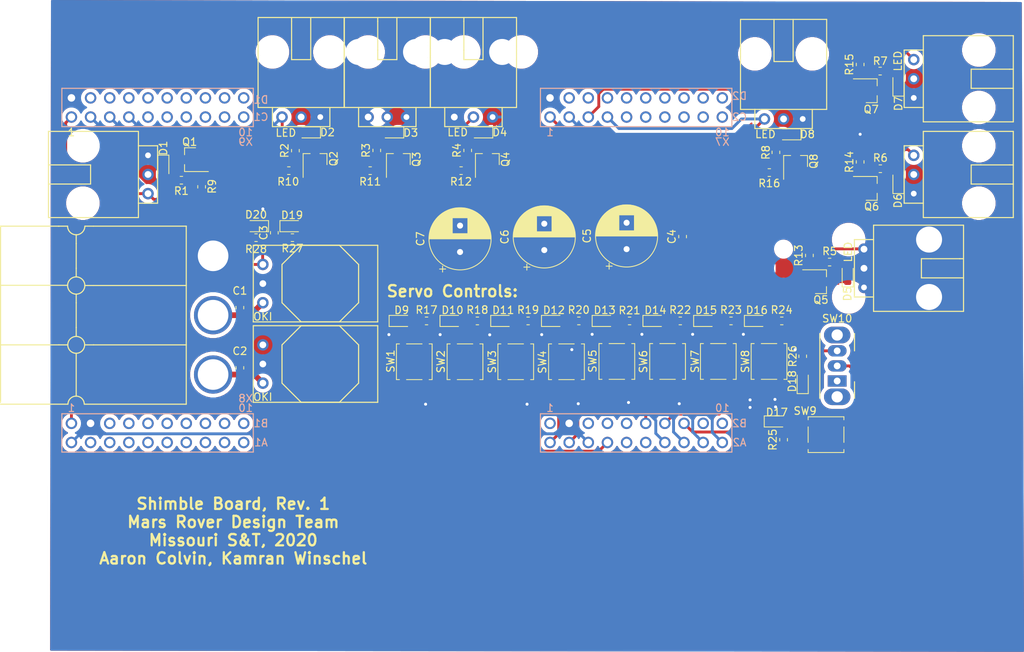
<source format=kicad_pcb>
(kicad_pcb (version 20171130) (host pcbnew 5.1.4-e60b266~84~ubuntu18.04.1)
  (layers (0 F.Cu signal) (31 B.Cu signal) (34 B.Paste user) (35 F.Paste user) (36 B.SilkS user) (37 F.SilkS user) (38 B.Mask user) (39 F.Mask user) (44 Edge.Cuts user))
  (net 0 "")
  (net 1 +12L)
  (net 2 GND)
  (net 3 +12VA)
  (net 4 +5VL)
  (net 5 +5VA)
  (net 6 Servo_Ctrl_1)
  (net 7 Servo_Ctrl_2)
  (net 8 Servo_Ctrl_3)
  (net 9 Servo_Ctrl_4)
  (net 10 Servo_Ctrl_5)
  (net 11 Servo_Ctrl_6)
  (net 12 Servo_Ctrl_7)
  (net 13 Servo_Ctrl_8)
  (net 14 "Net-(D1-Pad2)")
  (net 15 "Net-(D1-Pad1)")
  (net 16 "Net-(D2-Pad1)")
  (net 17 "Net-(D2-Pad2)")
  (net 18 "Net-(D3-Pad2)")
  (net 19 "Net-(D3-Pad1)")
  (net 20 "Net-(D4-Pad1)")
  (net 21 "Net-(D4-Pad2)")
  (net 22 "Net-(D5-Pad1)")
  (net 23 "Net-(D5-Pad2)")
  (net 24 "Net-(D6-Pad2)")
  (net 25 "Net-(D6-Pad1)")
  (net 26 "Net-(D7-Pad2)")
  (net 27 "Net-(D7-Pad1)")
  (net 28 "Net-(D8-Pad1)")
  (net 29 "Net-(D8-Pad2)")
  (net 30 "Net-(D9-Pad2)")
  (net 31 "Net-(D10-Pad2)")
  (net 32 "Net-(U1-PadPM6)")
  (net 33 "Net-(U1-PadPQ1)")
  (net 34 "Net-(U1-PadPQ2)")
  (net 35 "Net-(U1-PadPK0)")
  (net 36 "Net-(U1-PadPQ3)")
  (net 37 "Net-(U1-PadPP3)")
  (net 38 "Net-(U1-PadPA4)")
  (net 39 "Net-(U1-PadPA7)")
  (net 40 "Net-(U1-PadPB4)")
  (net 41 "Net-(U1-PadPB5)")
  (net 42 "Net-(U1-PadPA5)")
  (net 43 "Net-(U1-PadPD5)")
  (net 44 "Net-(U1-PadPM1)")
  (net 45 "Net-(U1-PadPM2)")
  (net 46 "Net-(U1-PadPH0)")
  (net 47 "Net-(U1-PadPH1)")
  (net 48 "Net-(U1-PadPK6)")
  (net 49 "Net-(U1-PadPK7)")
  (net 50 "Net-(U1-PadPM7)")
  (net 51 "Net-(U1-PadPP5)")
  (net 52 "Net-(U1-PadPP2)")
  (net 53 "Net-(U1-PadPN3)")
  (net 54 "Net-(U1-PadPN2)")
  (net 55 "Net-(U1-PadPD0)")
  (net 56 "Net-(U1-PadPD1)")
  (net 57 "Net-(U1-PadRese)")
  (net 58 "Net-(U1-PadPH3)")
  (net 59 "Net-(U1-PadPH2)")
  (net 60 "Net-(U1-PadPM3)")
  (net 61 "Net-(U1-PadPL3)")
  (net 62 "Net-(U1-PadPL2)")
  (net 63 "Net-(U1-PadPL1)")
  (net 64 "Net-(U1-PadPL0)")
  (net 65 "Net-(U1-PadPL5)")
  (net 66 "Net-(U1-PadPL4)")
  (net 67 "Net-(U1-PadPB3)")
  (net 68 "Net-(U1-PadPB2)")
  (net 69 "Net-(U1-PadPC7)")
  (net 70 "Net-(U1-PadPD3)")
  (net 71 "Net-(U1-PadPE5)")
  (net 72 "Net-(U1-PadPC6)")
  (net 73 "Net-(U1-PadPC5)")
  (net 74 "Net-(U1-PadPC4)")
  (net 75 "Net-(U1-PadPE4)")
  (net 76 "Net-(U1-PadPM5)")
  (net 77 "Net-(U1-PadPM4)")
  (net 78 "Net-(U1-PadPA6)")
  (net 79 "Net-(U1-PadPD7)")
  (net 80 "Net-(U1-PadPE3)")
  (net 81 "Net-(U1-PadPE2)")
  (net 82 "Net-(U1-PadPE1)")
  (net 83 "Net-(U1-PadPE0)")
  (net 84 "Net-(U1-PadPD4)")
  (net 85 "Net-(D11-Pad2)")
  (net 86 "Net-(D12-Pad2)")
  (net 87 "Net-(D13-Pad2)")
  (net 88 "Net-(D14-Pad2)")
  (net 89 "Net-(D15-Pad2)")
  (net 90 "Net-(D16-Pad2)")
  (net 91 "Net-(D17-Pad2)")
  (net 92 "Net-(D18-Pad2)")
  (net 93 "Net-(D19-Pad2)")
  (net 94 "Net-(D20-Pad2)")
  (net 95 Servo_SW_1)
  (net 96 Servo_SW_2)
  (net 97 Servo_SW_3)
  (net 98 Servo_SW_4)
  (net 99 Servo_SW_5)
  (net 100 Servo_SW_6)
  (net 101 Servo_SW_7)
  (net 102 Servo_Setup_SW)
  (net 103 All_Servo_SW)
  (net 104 +3V3)
  (net 105 "Net-(SW10-Pad1)")
  (net 106 Servo_SW_8)
  (net 107 "Net-(Q1-Pad1)")
  (net 108 "Net-(Q2-Pad1)")
  (net 109 "Net-(Q3-Pad1)")
  (net 110 "Net-(Q4-Pad1)")
  (net 111 "Net-(Q5-Pad1)")
  (net 112 "Net-(Q6-Pad1)")
  (net 113 "Net-(Q7-Pad1)")
  (net 114 "Net-(Q8-Pad1)")
  (module MRDT_Shields:TM4C129E_Launchpad_FULL_THT_BOTTOM (layer F.Cu) (at 67.31 107.95)
    (fp_text reference U1 hide)
    (fp_text value TM4C129E_Launchpad hide)
    (fp_text user A2 (at 89.916 -1.27 180) (layer B.SilkS) (effects (justify mirror)))
    (fp_text user B2 (at 89.916 -3.81 180) (layer B.SilkS) (effects (justify mirror)))
    (fp_text user A1 (at 26.416 -1.27 180) (layer B.SilkS) (effects (justify mirror)))
    (fp_text user B1 (at 26.416 -3.81 180) (layer B.SilkS) (effects (justify mirror)))
    (fp_text user D2 (at 89.916 -47.244) (layer B.SilkS) (effects (justify mirror)))
    (fp_text user C2 (at 89.916 -44.45 180) (layer B.SilkS) (effects (justify mirror)))
    (fp_text user D1 (at 26.416 -46.736 180) (layer B.SilkS) (effects (justify mirror)))
    (fp_text user C1 (at 26.416 -44.45 180) (layer B.SilkS) (effects (justify mirror)))
    (fp_text user X7 (at 87.63 -41.148 180) (layer B.SilkS) (effects (justify mirror)))
    (fp_text user X8 (at 24.384 -7.112 180) (layer B.SilkS) (effects (justify mirror)))
    (fp_text user X9 (at 24.384 -41.148 180) (layer B.SilkS) (effects (justify mirror)))
    (fp_text user 1 (at 64.77 -5.842 180) (layer B.SilkS) (effects (justify mirror)))
    (fp_text user 10 (at 87.63 -5.842 180) (layer B.SilkS) (effects (justify mirror)))
    (fp_text user 10 (at 87.63 -42.418 180) (layer B.SilkS) (effects (justify mirror)))
    (fp_text user 1 (at 64.77 -42.418 180) (layer B.SilkS) (effects (justify mirror)))
    (fp_text user 10 (at 24.384 -5.842 180) (layer B.SilkS) (effects (justify mirror)))
    (fp_text user 1 (at 1.27 -5.842 180) (layer B.SilkS) (effects (justify mirror)))
    (fp_text user 10 (at 24.384 -42.418 180) (layer B.SilkS) (effects (justify mirror)))
    (fp_text user 1 (at 1.27 -42.418 180) (layer F.SilkS))
    (pad PP2 thru_hole circle (at 24.13 -46.99 180) (size 1.52 1.52) (drill 1) (layers *.Cu *.Mask F.Paste) (net 52 "Net-(U1-PadPP2)"))
    (pad PN3 thru_hole circle (at 21.59 -46.99 180) (size 1.52 1.52) (drill 1) (layers *.Cu *.Mask F.Paste) (net 53 "Net-(U1-PadPN3)"))
    (pad PN2 thru_hole circle (at 19.05 -46.99 180) (size 1.52 1.52) (drill 1) (layers *.Cu *.Mask F.Paste) (net 54 "Net-(U1-PadPN2)"))
    (pad PD0 thru_hole circle (at 16.51 -46.99 180) (size 1.52 1.52) (drill 1) (layers *.Cu *.Mask F.Paste) (net 55 "Net-(U1-PadPD0)"))
    (pad PD1 thru_hole circle (at 13.97 -46.99 180) (size 1.52 1.52) (drill 1) (layers *.Cu *.Mask F.Paste) (net 56 "Net-(U1-PadPD1)"))
    (pad Rese thru_hole circle (at 11.43 -46.99 180) (size 1.52 1.52) (drill 1) (layers *.Cu *.Mask F.Paste) (net 57 "Net-(U1-PadRese)"))
    (pad PH3 thru_hole circle (at 8.89 -46.99 180) (size 1.52 1.52) (drill 1) (layers *.Cu *.Mask F.Paste) (net 58 "Net-(U1-PadPH3)"))
    (pad PH2 thru_hole circle (at 6.35 -46.99 180) (size 1.52 1.52) (drill 1) (layers *.Cu *.Mask F.Paste) (net 59 "Net-(U1-PadPH2)"))
    (pad PM3 thru_hole circle (at 3.81 -46.99 180) (size 1.52 1.52) (drill 1) (layers *.Cu *.Mask F.Paste) (net 60 "Net-(U1-PadPM3)"))
    (pad GND thru_hole circle (at 1.27 -46.99 180) (size 1.52 1.52) (drill 1) (layers *.Cu *.Mask F.Paste) (net 2 GND))
    (pad PL3 thru_hole circle (at 24.13 -44.45 180) (size 1.52 1.52) (drill 1) (layers *.Cu *.Mask F.Paste) (net 61 "Net-(U1-PadPL3)"))
    (pad PL2 thru_hole circle (at 21.59 -44.45 180) (size 1.52 1.52) (drill 1) (layers *.Cu *.Mask F.Paste) (net 62 "Net-(U1-PadPL2)"))
    (pad PL1 thru_hole circle (at 19.05 -44.45 180) (size 1.52 1.52) (drill 1) (layers *.Cu *.Mask F.Paste) (net 63 "Net-(U1-PadPL1)"))
    (pad PL0 thru_hole circle (at 16.51 -44.45 180) (size 1.52 1.52) (drill 1) (layers *.Cu *.Mask F.Paste) (net 64 "Net-(U1-PadPL0)"))
    (pad PL5 thru_hole circle (at 13.97 -44.45 180) (size 1.52 1.52) (drill 1) (layers *.Cu *.Mask F.Paste) (net 65 "Net-(U1-PadPL5)"))
    (pad PL4 thru_hole circle (at 11.43 -44.45 180) (size 1.52 1.52) (drill 1) (layers *.Cu *.Mask F.Paste) (net 66 "Net-(U1-PadPL4)"))
    (pad PG0 thru_hole circle (at 8.89 -44.45 180) (size 1.52 1.52) (drill 1) (layers *.Cu *.Mask F.Paste) (net 9 Servo_Ctrl_4))
    (pad PF3 thru_hole circle (at 6.35 -44.45 180) (size 1.52 1.52) (drill 1) (layers *.Cu *.Mask F.Paste) (net 8 Servo_Ctrl_3))
    (pad PF2 thru_hole circle (at 3.81 -44.45 180) (size 1.52 1.52) (drill 1) (layers *.Cu *.Mask F.Paste) (net 7 Servo_Ctrl_2))
    (pad PF1 thru_hole circle (at 1.27 -44.45 180) (size 1.52 1.52) (drill 1) (layers *.Cu *.Mask F.Paste) (net 6 Servo_Ctrl_1))
    (pad PB3 thru_hole circle (at 24.13 -1.27 180) (size 1.52 1.52) (drill 1) (layers *.Cu *.Mask F.Paste) (net 67 "Net-(U1-PadPB3)"))
    (pad PB2 thru_hole circle (at 21.59 -1.27 180) (size 1.52 1.52) (drill 1) (layers *.Cu *.Mask F.Paste) (net 68 "Net-(U1-PadPB2)"))
    (pad PC7 thru_hole circle (at 19.05 -1.27 180) (size 1.52 1.52) (drill 1) (layers *.Cu *.Mask F.Paste) (net 69 "Net-(U1-PadPC7)"))
    (pad PD3 thru_hole circle (at 16.51 -1.27 180) (size 1.52 1.52) (drill 1) (layers *.Cu *.Mask F.Paste) (net 70 "Net-(U1-PadPD3)"))
    (pad PE5 thru_hole circle (at 13.97 -1.27 180) (size 1.52 1.52) (drill 1) (layers *.Cu *.Mask F.Paste) (net 71 "Net-(U1-PadPE5)"))
    (pad PC6 thru_hole circle (at 11.43 -1.27 180) (size 1.52 1.52) (drill 1) (layers *.Cu *.Mask F.Paste) (net 72 "Net-(U1-PadPC6)"))
    (pad PC5 thru_hole circle (at 8.89 -1.27 180) (size 1.52 1.52) (drill 1) (layers *.Cu *.Mask F.Paste) (net 73 "Net-(U1-PadPC5)"))
    (pad PC4 thru_hole circle (at 6.35 -1.27 180) (size 1.52 1.52) (drill 1) (layers *.Cu *.Mask F.Paste) (net 74 "Net-(U1-PadPC4)"))
    (pad PE4 thru_hole circle (at 3.81 -1.27 180) (size 1.52 1.52) (drill 1) (layers *.Cu *.Mask F.Paste) (net 75 "Net-(U1-PadPE4)"))
    (pad +3V3 thru_hole circle (at 1.27 -1.27 180) (size 1.52 1.52) (drill 1) (layers *.Cu *.Mask F.Paste) (net 104 +3V3))
    (pad PM5 thru_hole circle (at 24.13 -3.81 180) (size 1.52 1.52) (drill 1) (layers *.Cu *.Mask F.Paste) (net 76 "Net-(U1-PadPM5)"))
    (pad PM4 thru_hole circle (at 21.59 -3.81 180) (size 1.52 1.52) (drill 1) (layers *.Cu *.Mask F.Paste) (net 77 "Net-(U1-PadPM4)"))
    (pad PA6 thru_hole circle (at 19.05 -3.81 180) (size 1.52 1.52) (drill 1) (layers *.Cu *.Mask F.Paste) (net 78 "Net-(U1-PadPA6)"))
    (pad PD7 thru_hole circle (at 16.51 -3.81 180) (size 1.52 1.52) (drill 1) (layers *.Cu *.Mask F.Paste) (net 79 "Net-(U1-PadPD7)"))
    (pad PE3 thru_hole circle (at 13.97 -3.81 180) (size 1.52 1.52) (drill 1) (layers *.Cu *.Mask F.Paste) (net 80 "Net-(U1-PadPE3)"))
    (pad PE2 thru_hole circle (at 11.43 -3.81 180) (size 1.52 1.52) (drill 1) (layers *.Cu *.Mask F.Paste) (net 81 "Net-(U1-PadPE2)"))
    (pad PE1 thru_hole circle (at 8.89 -3.81 180) (size 1.52 1.52) (drill 1) (layers *.Cu *.Mask F.Paste) (net 82 "Net-(U1-PadPE1)"))
    (pad PE0 thru_hole circle (at 6.35 -3.81 180) (size 1.52 1.52) (drill 1) (layers *.Cu *.Mask F.Paste) (net 83 "Net-(U1-PadPE0)"))
    (pad GND thru_hole circle (at 3.81 -3.81 180) (size 1.52 1.52) (drill 1) (layers *.Cu *.Mask F.Paste) (net 2 GND))
    (pad +5V thru_hole circle (at 1.27 -3.81 180) (size 1.52 1.52) (drill 1) (layers *.Cu *.Mask F.Paste) (net 4 +5VL))
    (pad PP5 thru_hole circle (at 69.85 -46.99 180) (size 1.52 1.52) (drill 1) (layers *.Cu *.Mask F.Paste) (net 51 "Net-(U1-PadPP5)"))
    (pad PM7 thru_hole circle (at 67.31 -46.99 180) (size 1.52 1.52) (drill 1) (layers *.Cu *.Mask F.Paste) (net 50 "Net-(U1-PadPM7)"))
    (pad GND thru_hole circle (at 64.77 -46.99 180) (size 1.52 1.52) (drill 1) (layers *.Cu *.Mask F.Paste) (net 2 GND))
    (pad PK7 thru_hole circle (at 87.63 -44.45 180) (size 1.52 1.52) (drill 1) (layers *.Cu *.Mask F.Paste) (net 49 "Net-(U1-PadPK7)"))
    (pad PK6 thru_hole circle (at 85.09 -44.45 180) (size 1.52 1.52) (drill 1) (layers *.Cu *.Mask F.Paste) (net 48 "Net-(U1-PadPK6)"))
    (pad PH1 thru_hole circle (at 82.55 -44.45 180) (size 1.52 1.52) (drill 1) (layers *.Cu *.Mask F.Paste) (net 47 "Net-(U1-PadPH1)"))
    (pad PH0 thru_hole circle (at 80.01 -44.45 180) (size 1.52 1.52) (drill 1) (layers *.Cu *.Mask F.Paste) (net 46 "Net-(U1-PadPH0)"))
    (pad PM2 thru_hole circle (at 77.47 -44.45 180) (size 1.52 1.52) (drill 1) (layers *.Cu *.Mask F.Paste) (net 45 "Net-(U1-PadPM2)"))
    (pad PM1 thru_hole circle (at 74.93 -44.45 180) (size 1.52 1.52) (drill 1) (layers *.Cu *.Mask F.Paste) (net 44 "Net-(U1-PadPM1)"))
    (pad PM0 thru_hole circle (at 72.39 -44.45 180) (size 1.52 1.52) (drill 1) (layers *.Cu *.Mask F.Paste) (net 13 Servo_Ctrl_8))
    (pad PK5 thru_hole circle (at 69.85 -44.45 180) (size 1.52 1.52) (drill 1) (layers *.Cu *.Mask F.Paste) (net 12 Servo_Ctrl_7))
    (pad PK4 thru_hole circle (at 67.31 -44.45 180) (size 1.52 1.52) (drill 1) (layers *.Cu *.Mask F.Paste) (net 11 Servo_Ctrl_6))
    (pad PG1 thru_hole circle (at 64.77 -44.45 180) (size 1.52 1.52) (drill 1) (layers *.Cu *.Mask F.Paste) (net 10 Servo_Ctrl_5))
    (pad PN4 thru_hole circle (at 87.63 -1.27 180) (size 1.52 1.52) (drill 1) (layers *.Cu *.Mask F.Paste) (net 100 Servo_SW_6))
    (pad PP4 thru_hole circle (at 82.55 -1.27 180) (size 1.52 1.52) (drill 1) (layers *.Cu *.Mask F.Paste) (net 98 Servo_SW_4))
    (pad PD5 thru_hole circle (at 77.47 -1.27 180) (size 1.52 1.52) (drill 1) (layers *.Cu *.Mask F.Paste) (net 43 "Net-(U1-PadPD5)"))
    (pad PD4 thru_hole circle (at 74.93 -1.27 180) (size 1.52 1.52) (drill 1) (layers *.Cu *.Mask F.Paste) (net 84 "Net-(U1-PadPD4)"))
    (pad PP1 thru_hole circle (at 72.39 -1.27 180) (size 1.52 1.52) (drill 1) (layers *.Cu *.Mask F.Paste) (net 96 Servo_SW_2))
    (pad PP0 thru_hole circle (at 69.85 -1.27 180) (size 1.52 1.52) (drill 1) (layers *.Cu *.Mask F.Paste) (net 95 Servo_SW_1))
    (pad PD2 thru_hole circle (at 67.31 -1.27 180) (size 1.52 1.52) (drill 1) (layers *.Cu *.Mask F.Paste) (net 103 All_Servo_SW))
    (pad PA5 thru_hole circle (at 87.63 -3.81 180) (size 1.52 1.52) (drill 1) (layers *.Cu *.Mask F.Paste) (net 42 "Net-(U1-PadPA5)"))
    (pad PK3 thru_hole circle (at 82.55 -3.81 180) (size 1.52 1.52) (drill 1) (layers *.Cu *.Mask F.Paste) (net 102 Servo_Setup_SW))
    (pad PB5 thru_hole circle (at 72.39 -3.81 180) (size 1.52 1.52) (drill 1) (layers *.Cu *.Mask F.Paste) (net 41 "Net-(U1-PadPB5)"))
    (pad PB4 thru_hole circle (at 69.85 -3.81 180) (size 1.52 1.52) (drill 1) (layers *.Cu *.Mask F.Paste) (net 40 "Net-(U1-PadPB4)"))
    (pad GND thru_hole circle (at 67.31 -3.81 180) (size 1.52 1.52) (drill 1) (layers *.Cu *.Mask F.Paste) (net 2 GND))
    (pad +5V` thru_hole circle (at 64.77 -3.81 180) (size 1.52 1.52) (drill 1) (layers *.Cu *.Mask F.Paste))
    (pad PK1 thru_hole circle (at 77.47 -3.81 180) (size 1.52 1.52) (drill 1) (layers *.Cu *.Mask F.Paste) (net 101 Servo_SW_7))
    (pad PK2 thru_hole circle (at 80.01 -3.81 180) (size 1.52 1.52) (drill 1) (layers *.Cu *.Mask F.Paste) (net 106 Servo_SW_8))
    (pad PN5 thru_hole circle (at 85.09 -1.27 180) (size 1.52 1.52) (drill 1) (layers *.Cu *.Mask F.Paste) (net 99 Servo_SW_5))
    (pad PA7 thru_hole circle (at 72.39 -46.99 180) (size 1.52 1.52) (drill 1) (layers *.Cu *.Mask F.Paste) (net 39 "Net-(U1-PadPA7)"))
    (pad Rese` thru_hole circle (at 74.93 -46.99 180) (size 1.52 1.52) (drill 1) (layers *.Cu *.Mask F.Paste))
    (pad PA4 thru_hole circle (at 85.09 -3.81 180) (size 1.52 1.52) (drill 1) (layers *.Cu *.Mask F.Paste) (net 38 "Net-(U1-PadPA4)"))
    (pad PQ0 thru_hole circle (at 80.01 -1.27 180) (size 1.52 1.52) (drill 1) (layers *.Cu *.Mask F.Paste) (net 97 Servo_SW_3))
    (pad PP3 thru_hole circle (at 82.55 -46.99 180) (size 1.52 1.52) (drill 1) (layers *.Cu *.Mask F.Paste) (net 37 "Net-(U1-PadPP3)"))
    (pad PQ3 thru_hole circle (at 80.01 -46.99 180) (size 1.52 1.52) (drill 1) (layers *.Cu *.Mask F.Paste) (net 36 "Net-(U1-PadPQ3)"))
    (pad PK0 thru_hole circle (at 74.93 -3.81 180) (size 1.52 1.52) (drill 1) (layers *.Cu *.Mask F.Paste) (net 35 "Net-(U1-PadPK0)"))
    (pad PQ2 thru_hole circle (at 77.47 -46.99 180) (size 1.52 1.52) (drill 1) (layers *.Cu *.Mask F.Paste) (net 34 "Net-(U1-PadPQ2)"))
    (pad PQ1 thru_hole circle (at 85.09 -46.99 180) (size 1.52 1.52) (drill 1) (layers *.Cu *.Mask F.Paste) (net 33 "Net-(U1-PadPQ1)"))
    (pad PM6 thru_hole circle (at 87.63 -46.99 180) (size 1.52 1.52) (drill 1) (layers *.Cu *.Mask F.Paste) (net 32 "Net-(U1-PadPM6)"))
    (pad +3V3 thru_hole circle (at 64.77 -1.27 180) (size 1.52 1.52) (drill 1) (layers *.Cu *.Mask F.Paste) (net 104 +3V3))
  )
  (module Resistor_SMD:R_0603_1608Metric_Pad1.05x0.95mm_HandSolder (layer F.Cu) (at 173.228 69.455 90)
    (fp_text reference R14 (at 0 -1.43 90) (layer F.SilkS))
    (fp_text value 500)
    (pad 2 smd roundrect (at 0.875 0 90) (size 1.05 0.95) (layers F.Cu F.Paste F.Mask) (net 11 Servo_Ctrl_6))
    (pad 1 smd roundrect (at -0.875 0 90) (size 1.05 0.95) (layers F.Cu F.Paste F.Mask) (net 112 "Net-(Q6-Pad1)"))
  )
  (module Resistor_SMD:R_0603_1608Metric_Pad1.05x0.95mm_HandSolder (layer F.Cu) (at 175.909 70.358)
    (fp_text reference R6 (at 0 -1.43) (layer F.SilkS))
    (fp_text value 500)
    (pad 2 smd roundrect (at 0.875 0) (size 1.05 0.95) (layers F.Cu F.Paste F.Mask) (net 24 "Net-(D6-Pad2)"))
    (pad 1 smd roundrect (at -0.875 0) (size 1.05 0.95) (layers F.Cu F.Paste F.Mask) (net 5 +5VA))
  )
  (module Package_TO_SOT_SMD:SOT-23_Handsoldering (layer F.Cu) (at 174.728 72.964)
    (fp_text reference Q6 (at 0.024 2.4105 180) (layer F.SilkS))
    (fp_text value Q_NMOS_GDS)
    (pad 3 smd rect (at 1.5 0) (size 1.9 0.8) (layers F.Cu F.Paste F.Mask) (net 25 "Net-(D6-Pad1)"))
    (pad 2 smd rect (at -1.5 0.95) (size 1.9 0.8) (layers F.Cu F.Paste F.Mask) (net 2 GND))
    (pad 1 smd rect (at -1.5 -0.95) (size 1.9 0.8) (layers F.Cu F.Paste F.Mask) (net 112 "Net-(Q6-Pad1)"))
  )
  (module Diode_SMD:D_0603_1608Metric_Pad1.05x0.95mm_HandSolder (layer F.Cu) (at 178.308 71.995 90)
    (fp_text reference D6 (at -2.6175 -0.0635 90) (layer F.SilkS))
    (fp_text value LED)
    (pad 2 smd roundrect (at 0.875 0 90) (size 1.05 0.95) (layers F.Cu F.Paste F.Mask) (net 24 "Net-(D6-Pad2)"))
    (pad 1 smd roundrect (at -0.875 0 90) (size 1.05 0.95) (layers F.Cu F.Paste F.Mask) (net 25 "Net-(D6-Pad1)"))
  )
  (module MRDT_Connectors:MOLEX_SL_03_Horizontal (layer F.Cu) (at 180.34 71.12 270)
    (fp_text reference Conn6 hide)
    (fp_text value Molex_SL_03)
    (pad "" np_thru_hole circle (at 3.81 -8.636 270) (size 3.45 3.45) (drill 3.45) (layers *.Cu *.Mask))
    (pad "" np_thru_hole circle (at -3.81 -8.636 270) (size 3.45 3.45) (drill 3.45) (layers *.Cu *.Mask))
    (pad 3 thru_hole circle (at 2.54 0 270) (size 1.524 1.524) (drill 0.762) (layers *.Cu *.Mask) (net 2 GND))
    (pad 2 thru_hole circle (at 0 0 270) (size 1.524 1.524) (drill 0.9) (layers *.Cu *.Mask) (net 5 +5VA))
    (pad 1 thru_hole circle (at -2.54 0 270) (size 1.524 1.524) (drill 0.9) (layers *.Cu *.Mask) (net 11 Servo_Ctrl_6))
  )
  (module Package_TO_SOT_SMD:SOT-23_Handsoldering (layer F.Cu) (at 167.997 85.3465)
    (fp_text reference Q5 (at 0.024 2.4105) (layer F.SilkS))
    (fp_text value Q_NMOS_GDS)
    (pad 3 smd rect (at 1.5 0) (size 1.9 0.8) (layers F.Cu F.Paste F.Mask) (net 22 "Net-(D5-Pad1)"))
    (pad 2 smd rect (at -1.5 0.95) (size 1.9 0.8) (layers F.Cu F.Paste F.Mask) (net 2 GND))
    (pad 1 smd rect (at -1.5 -0.95) (size 1.9 0.8) (layers F.Cu F.Paste F.Mask) (net 111 "Net-(Q5-Pad1)"))
  )
  (module Package_TO_SOT_SMD:SOT-23_Handsoldering (layer F.Cu) (at 164.658 69.366 90)
    (fp_text reference Q8 (at 0 2.4105 270) (layer F.SilkS))
    (fp_text value Q_NMOS_GDS)
    (pad 3 smd rect (at 1.5 0 90) (size 1.9 0.8) (layers F.Cu F.Paste F.Mask) (net 28 "Net-(D8-Pad1)"))
    (pad 2 smd rect (at -1.5 0.95 90) (size 1.9 0.8) (layers F.Cu F.Paste F.Mask) (net 2 GND))
    (pad 1 smd rect (at -1.5 -0.95 90) (size 1.9 0.8) (layers F.Cu F.Paste F.Mask) (net 114 "Net-(Q8-Pad1)"))
  )
  (module Package_TO_SOT_SMD:SOT-23_Handsoldering (layer F.Cu) (at 174.728 60.01)
    (fp_text reference Q7 (at -0.0395 2.474) (layer F.SilkS))
    (fp_text value Q_NMOS_GDS)
    (pad 3 smd rect (at 1.5 0) (size 1.9 0.8) (layers F.Cu F.Paste F.Mask) (net 27 "Net-(D7-Pad1)"))
    (pad 2 smd rect (at -1.5 0.95) (size 1.9 0.8) (layers F.Cu F.Paste F.Mask) (net 2 GND))
    (pad 1 smd rect (at -1.5 -0.95) (size 1.9 0.8) (layers F.Cu F.Paste F.Mask) (net 113 "Net-(Q7-Pad1)"))
  )
  (module Package_TO_SOT_SMD:SOT-23_Handsoldering (layer F.Cu) (at 123.764 69.112 90)
    (fp_text reference Q4 (at 0 2.4105 90) (layer F.SilkS))
    (fp_text value Q_NMOS_GDS)
    (pad 3 smd rect (at 1.5 0 90) (size 1.9 0.8) (layers F.Cu F.Paste F.Mask) (net 20 "Net-(D4-Pad1)"))
    (pad 2 smd rect (at -1.5 0.95 90) (size 1.9 0.8) (layers F.Cu F.Paste F.Mask) (net 2 GND))
    (pad 1 smd rect (at -1.5 -0.95 90) (size 1.9 0.8) (layers F.Cu F.Paste F.Mask) (net 110 "Net-(Q4-Pad1)"))
  )
  (module Package_TO_SOT_SMD:SOT-23_Handsoldering (layer F.Cu) (at 111.953 69.112 90)
    (fp_text reference Q3 (at 0 2.4105 90) (layer F.SilkS))
    (fp_text value Q_NMOS_GDS)
    (pad 3 smd rect (at 1.5 0 90) (size 1.9 0.8) (layers F.Cu F.Paste F.Mask) (net 19 "Net-(D3-Pad1)"))
    (pad 2 smd rect (at -1.5 0.95 90) (size 1.9 0.8) (layers F.Cu F.Paste F.Mask) (net 2 GND))
    (pad 1 smd rect (at -1.5 -0.95 90) (size 1.9 0.8) (layers F.Cu F.Paste F.Mask) (net 109 "Net-(Q3-Pad1)"))
  )
  (module Package_TO_SOT_SMD:SOT-23_Handsoldering (layer F.Cu) (at 100.904 69.112 90)
    (fp_text reference Q2 (at 0.0875 2.474 90) (layer F.SilkS))
    (fp_text value Q_NMOS_GDS)
    (pad 3 smd rect (at 1.5 0 90) (size 1.9 0.8) (layers F.Cu F.Paste F.Mask) (net 16 "Net-(D2-Pad1)"))
    (pad 2 smd rect (at -1.5 0.95 90) (size 1.9 0.8) (layers F.Cu F.Paste F.Mask) (net 2 GND))
    (pad 1 smd rect (at -1.5 -0.95 90) (size 1.9 0.8) (layers F.Cu F.Paste F.Mask) (net 108 "Net-(Q2-Pad1)"))
  )
  (module Package_TO_SOT_SMD:SOT-23_Handsoldering (layer F.Cu) (at 84.352 69.154 180)
    (fp_text reference Q1 (at 0.0875 2.352) (layer F.SilkS))
    (fp_text value Q_NMOS_GDS)
    (pad 3 smd rect (at 1.5 0 180) (size 1.9 0.8) (layers F.Cu F.Paste F.Mask) (net 15 "Net-(D1-Pad1)"))
    (pad 2 smd rect (at -1.5 0.95 180) (size 1.9 0.8) (layers F.Cu F.Paste F.Mask) (net 2 GND))
    (pad 1 smd rect (at -1.5 -0.95 180) (size 1.9 0.8) (layers F.Cu F.Paste F.Mask) (net 107 "Net-(Q1-Pad1)"))
  )
  (module Button_Switch_THT:SW_CuK_OS102011MA1QN1_SPDT_Angled (layer F.Cu) (at 170.18 98.52 90)
    (fp_text reference SW10 (at 8.2865 0 180) (layer F.SilkS))
    (fp_text value SW_SPDT)
    (pad "" thru_hole oval (at 6.1 0 90) (size 2.2 3.5) (drill 1.5) (layers *.Cu *.Mask))
    (pad "" thru_hole oval (at -2.1 0 90) (size 2.2 3.5) (drill 1.5) (layers *.Cu *.Mask))
    (pad 3 thru_hole oval (at 4 0 90) (size 1.5 2.5) (drill 0.9) (layers *.Cu *.Mask) (net 103 All_Servo_SW))
    (pad 2 thru_hole oval (at 2 0 90) (size 1.5 2.5) (drill 0.9) (layers *.Cu *.Mask) (net 104 +3V3))
    (pad 1 thru_hole rect (at 0 0 90) (size 1.5 2.5) (drill 0.9) (layers *.Cu *.Mask) (net 105 "Net-(SW10-Pad1)"))
  )
  (module Button_Switch_SMD:SW_SPST_TL3305A (layer F.Cu) (at 168.7 105.64)
    (fp_text reference SW9 (at -2.7745 -3.151) (layer F.SilkS))
    (fp_text value SW_Push)
    (pad 2 smd rect (at -3.6 1.5) (size 1.6 1.4) (layers F.Cu F.Paste F.Mask) (net 102 Servo_Setup_SW))
    (pad 2 smd rect (at 3.6 1.5) (size 1.6 1.4) (layers F.Cu F.Paste F.Mask) (net 102 Servo_Setup_SW))
    (pad 1 smd rect (at -3.6 -1.5) (size 1.6 1.4) (layers F.Cu F.Paste F.Mask) (net 104 +3V3))
    (pad 1 smd rect (at 3.6 -1.5) (size 1.6 1.4) (layers F.Cu F.Paste F.Mask) (net 104 +3V3))
  )
  (module Button_Switch_SMD:SW_SPST_TL3305A (layer F.Cu) (at 161.139 95.929 90)
    (fp_text reference SW8 (at 0 -3.151 90) (layer F.SilkS))
    (fp_text value SW_Push)
    (pad 2 smd rect (at -3.6 1.5 90) (size 1.6 1.4) (layers F.Cu F.Paste F.Mask) (net 106 Servo_SW_8))
    (pad 2 smd rect (at 3.6 1.5 90) (size 1.6 1.4) (layers F.Cu F.Paste F.Mask) (net 106 Servo_SW_8))
    (pad 1 smd rect (at -3.6 -1.5 90) (size 1.6 1.4) (layers F.Cu F.Paste F.Mask) (net 104 +3V3))
    (pad 1 smd rect (at 3.6 -1.5 90) (size 1.6 1.4) (layers F.Cu F.Paste F.Mask) (net 104 +3V3))
  )
  (module Button_Switch_SMD:SW_SPST_TL3305A (layer F.Cu) (at 154.408 95.929 90)
    (fp_text reference SW7 (at 0 -3.0875 90) (layer F.SilkS))
    (fp_text value SW_Push)
    (pad 2 smd rect (at -3.6 1.5 90) (size 1.6 1.4) (layers F.Cu F.Paste F.Mask) (net 101 Servo_SW_7))
    (pad 2 smd rect (at 3.6 1.5 90) (size 1.6 1.4) (layers F.Cu F.Paste F.Mask) (net 101 Servo_SW_7))
    (pad 1 smd rect (at -3.6 -1.5 90) (size 1.6 1.4) (layers F.Cu F.Paste F.Mask) (net 104 +3V3))
    (pad 1 smd rect (at 3.6 -1.5 90) (size 1.6 1.4) (layers F.Cu F.Paste F.Mask) (net 104 +3V3))
  )
  (module Button_Switch_SMD:SW_SPST_TL3305A (layer F.Cu) (at 147.677 95.929 90)
    (fp_text reference SW6 (at -0.0195 -3.2145 90) (layer F.SilkS))
    (fp_text value SW_Push)
    (pad 2 smd rect (at -3.6 1.5 90) (size 1.6 1.4) (layers F.Cu F.Paste F.Mask) (net 100 Servo_SW_6))
    (pad 2 smd rect (at 3.6 1.5 90) (size 1.6 1.4) (layers F.Cu F.Paste F.Mask) (net 100 Servo_SW_6))
    (pad 1 smd rect (at -3.6 -1.5 90) (size 1.6 1.4) (layers F.Cu F.Paste F.Mask) (net 104 +3V3))
    (pad 1 smd rect (at 3.6 -1.5 90) (size 1.6 1.4) (layers F.Cu F.Paste F.Mask) (net 104 +3V3))
  )
  (module Button_Switch_SMD:SW_SPST_TL3305A (layer F.Cu) (at 140.946 95.929 90)
    (fp_text reference SW5 (at 0.044 -3.2145 90) (layer F.SilkS))
    (fp_text value SW_Push)
    (pad 2 smd rect (at -3.6 1.5 90) (size 1.6 1.4) (layers F.Cu F.Paste F.Mask) (net 99 Servo_SW_5))
    (pad 2 smd rect (at 3.6 1.5 90) (size 1.6 1.4) (layers F.Cu F.Paste F.Mask) (net 99 Servo_SW_5))
    (pad 1 smd rect (at -3.6 -1.5 90) (size 1.6 1.4) (layers F.Cu F.Paste F.Mask) (net 104 +3V3))
    (pad 1 smd rect (at 3.6 -1.5 90) (size 1.6 1.4) (layers F.Cu F.Paste F.Mask) (net 104 +3V3))
  )
  (module Button_Switch_SMD:SW_SPST_TL3305A (layer F.Cu) (at 134.263 95.968 90)
    (fp_text reference SW4 (at -0.044 -3.199 90) (layer F.SilkS))
    (fp_text value SW_Push)
    (pad 2 smd rect (at -3.6 1.5 90) (size 1.6 1.4) (layers F.Cu F.Paste F.Mask) (net 98 Servo_SW_4))
    (pad 2 smd rect (at 3.6 1.5 90) (size 1.6 1.4) (layers F.Cu F.Paste F.Mask) (net 98 Servo_SW_4))
    (pad 1 smd rect (at -3.6 -1.5 90) (size 1.6 1.4) (layers F.Cu F.Paste F.Mask) (net 104 +3V3))
    (pad 1 smd rect (at 3.6 -1.5 90) (size 1.6 1.4) (layers F.Cu F.Paste F.Mask) (net 104 +3V3))
  )
  (module Button_Switch_SMD:SW_SPST_TL3305A (layer F.Cu) (at 127.532 95.968 90)
    (fp_text reference SW3 (at 0 -3.1355 90) (layer F.SilkS))
    (fp_text value SW_Push)
    (pad 2 smd rect (at -3.6 1.5 90) (size 1.6 1.4) (layers F.Cu F.Paste F.Mask) (net 97 Servo_SW_3))
    (pad 2 smd rect (at 3.6 1.5 90) (size 1.6 1.4) (layers F.Cu F.Paste F.Mask) (net 97 Servo_SW_3))
    (pad 1 smd rect (at -3.6 -1.5 90) (size 1.6 1.4) (layers F.Cu F.Paste F.Mask) (net 104 +3V3))
    (pad 1 smd rect (at 3.6 -1.5 90) (size 1.6 1.4) (layers F.Cu F.Paste F.Mask) (net 104 +3V3))
  )
  (module Button_Switch_SMD:SW_SPST_TL3305A (layer F.Cu) (at 120.801 95.968 90)
    (fp_text reference SW2 (at 0.0195 -3.199 90) (layer F.SilkS))
    (fp_text value SW_Push)
    (pad 2 smd rect (at -3.6 1.5 90) (size 1.6 1.4) (layers F.Cu F.Paste F.Mask) (net 96 Servo_SW_2))
    (pad 2 smd rect (at 3.6 1.5 90) (size 1.6 1.4) (layers F.Cu F.Paste F.Mask) (net 96 Servo_SW_2))
    (pad 1 smd rect (at -3.6 -1.5 90) (size 1.6 1.4) (layers F.Cu F.Paste F.Mask) (net 104 +3V3))
    (pad 1 smd rect (at 3.6 -1.5 90) (size 1.6 1.4) (layers F.Cu F.Paste F.Mask) (net 104 +3V3))
  )
  (module Button_Switch_SMD:SW_SPST_TL3305A (layer F.Cu) (at 114.07 95.968 90)
    (fp_text reference SW1 (at 0.083 -3.1355 90) (layer F.SilkS))
    (fp_text value SW_Push)
    (pad 2 smd rect (at -3.6 1.5 90) (size 1.6 1.4) (layers F.Cu F.Paste F.Mask) (net 95 Servo_SW_1))
    (pad 2 smd rect (at 3.6 1.5 90) (size 1.6 1.4) (layers F.Cu F.Paste F.Mask) (net 95 Servo_SW_1))
    (pad 1 smd rect (at -3.6 -1.5 90) (size 1.6 1.4) (layers F.Cu F.Paste F.Mask) (net 104 +3V3))
    (pad 1 smd rect (at 3.6 -1.5 90) (size 1.6 1.4) (layers F.Cu F.Paste F.Mask) (net 104 +3V3))
  )
  (module Resistor_SMD:R_0603_1608Metric_Pad1.05x0.95mm_HandSolder (layer F.Cu) (at 165.608 95.236 270)
    (fp_text reference R26 (at 0 1.3335 90) (layer F.SilkS))
    (fp_text value 500)
    (pad 2 smd roundrect (at 0.875 0 270) (size 1.05 0.95) (layers F.Cu F.Paste F.Mask) (net 92 "Net-(D18-Pad2)"))
    (pad 1 smd roundrect (at -0.875 0 270) (size 1.05 0.95) (layers F.Cu F.Paste F.Mask) (net 103 All_Servo_SW))
  )
  (module Resistor_SMD:R_0603_1608Metric_Pad1.05x0.95mm_HandSolder (layer F.Cu) (at 163.068 106.313 90)
    (fp_text reference R25 (at 0 -1.43 90) (layer F.SilkS))
    (fp_text value 500)
    (pad 2 smd roundrect (at 0.875 0 90) (size 1.05 0.95) (layers F.Cu F.Paste F.Mask) (net 91 "Net-(D17-Pad2)"))
    (pad 1 smd roundrect (at -0.875 0 90) (size 1.05 0.95) (layers F.Cu F.Paste F.Mask) (net 102 Servo_Setup_SW))
  )
  (module Resistor_SMD:R_0603_1608Metric_Pad1.05x0.95mm_HandSolder (layer F.Cu) (at 162.828 90.551 180)
    (fp_text reference R24 (at 0.014 1.4605) (layer F.SilkS))
    (fp_text value 500)
    (pad 2 smd roundrect (at 0.875 0 180) (size 1.05 0.95) (layers F.Cu F.Paste F.Mask) (net 90 "Net-(D16-Pad2)"))
    (pad 1 smd roundrect (at -0.875 0 180) (size 1.05 0.95) (layers F.Cu F.Paste F.Mask) (net 106 Servo_SW_8))
  )
  (module Resistor_SMD:R_0603_1608Metric_Pad1.05x0.95mm_HandSolder (layer F.Cu) (at 156.097 90.551 180)
    (fp_text reference R23 (at 0 1.4605) (layer F.SilkS))
    (fp_text value 500)
    (pad 2 smd roundrect (at 0.875 0 180) (size 1.05 0.95) (layers F.Cu F.Paste F.Mask) (net 89 "Net-(D15-Pad2)"))
    (pad 1 smd roundrect (at -0.875 0 180) (size 1.05 0.95) (layers F.Cu F.Paste F.Mask) (net 101 Servo_SW_7))
  )
  (module Resistor_SMD:R_0603_1608Metric_Pad1.05x0.95mm_HandSolder (layer F.Cu) (at 149.366 90.551 180)
    (fp_text reference R22 (at 0.014 1.4605) (layer F.SilkS))
    (fp_text value 500)
    (pad 2 smd roundrect (at 0.875 0 180) (size 1.05 0.95) (layers F.Cu F.Paste F.Mask) (net 88 "Net-(D14-Pad2)"))
    (pad 1 smd roundrect (at -0.875 0 180) (size 1.05 0.95) (layers F.Cu F.Paste F.Mask) (net 100 Servo_SW_6))
  )
  (module Resistor_SMD:R_0603_1608Metric_Pad1.05x0.95mm_HandSolder (layer F.Cu) (at 142.635 90.551 180)
    (fp_text reference R21 (at 0 1.397) (layer F.SilkS))
    (fp_text value 500)
    (pad 2 smd roundrect (at 0.875 0 180) (size 1.05 0.95) (layers F.Cu F.Paste F.Mask) (net 87 "Net-(D13-Pad2)"))
    (pad 1 smd roundrect (at -0.875 0 180) (size 1.05 0.95) (layers F.Cu F.Paste F.Mask) (net 99 Servo_SW_5))
  )
  (module Resistor_SMD:R_0603_1608Metric_Pad1.05x0.95mm_HandSolder (layer F.Cu) (at 135.904 90.551 180)
    (fp_text reference R20 (at 0.014 1.4605) (layer F.SilkS))
    (fp_text value 500)
    (pad 2 smd roundrect (at 0.875 0 180) (size 1.05 0.95) (layers F.Cu F.Paste F.Mask) (net 86 "Net-(D12-Pad2)"))
    (pad 1 smd roundrect (at -0.875 0 180) (size 1.05 0.95) (layers F.Cu F.Paste F.Mask) (net 98 Servo_SW_4))
  )
  (module Resistor_SMD:R_0603_1608Metric_Pad1.05x0.95mm_HandSolder (layer F.Cu) (at 129.173 90.551 180)
    (fp_text reference R19 (at 0 1.4605) (layer F.SilkS))
    (fp_text value 500)
    (pad 2 smd roundrect (at 0.875 0 180) (size 1.05 0.95) (layers F.Cu F.Paste F.Mask) (net 85 "Net-(D11-Pad2)"))
    (pad 1 smd roundrect (at -0.875 0 180) (size 1.05 0.95) (layers F.Cu F.Paste F.Mask) (net 97 Servo_SW_3))
  )
  (module Resistor_SMD:R_0603_1608Metric_Pad1.05x0.95mm_HandSolder (layer F.Cu) (at 122.442 90.551 180)
    (fp_text reference R18 (at 0 1.4605) (layer F.SilkS))
    (fp_text value 500)
    (pad 2 smd roundrect (at 0.875 0 180) (size 1.05 0.95) (layers F.Cu F.Paste F.Mask) (net 31 "Net-(D10-Pad2)"))
    (pad 1 smd roundrect (at -0.875 0 180) (size 1.05 0.95) (layers F.Cu F.Paste F.Mask) (net 96 Servo_SW_2))
  )
  (module Resistor_SMD:R_0603_1608Metric_Pad1.05x0.95mm_HandSolder (layer F.Cu) (at 115.697 90.551 180)
    (fp_text reference R17 (at 0 1.4605) (layer F.SilkS))
    (fp_text value 500)
    (pad 2 smd roundrect (at 0.875 0 180) (size 1.05 0.95) (layers F.Cu F.Paste F.Mask) (net 30 "Net-(D9-Pad2)"))
    (pad 1 smd roundrect (at -0.875 0 180) (size 1.05 0.95) (layers F.Cu F.Paste F.Mask) (net 95 Servo_SW_1))
  )
  (module Diode_SMD:D_0603_1608Metric_Pad1.05x0.95mm_HandSolder (layer F.Cu) (at 165.608 98.538 90)
    (fp_text reference D18 (at -0.014 -1.397 90) (layer F.SilkS))
    (fp_text value LED)
    (pad 2 smd roundrect (at 0.875 0 90) (size 1.05 0.95) (layers F.Cu F.Paste F.Mask) (net 92 "Net-(D18-Pad2)"))
    (pad 1 smd roundrect (at -0.875 0 90) (size 1.05 0.95) (layers F.Cu F.Paste F.Mask) (net 2 GND))
  )
  (module Diode_SMD:D_0603_1608Metric_Pad1.05x0.95mm_HandSolder (layer F.Cu) (at 162.165 103.886)
    (fp_text reference D17 (at 0.014 -1.2065 180) (layer F.SilkS))
    (fp_text value LED)
    (pad 2 smd roundrect (at 0.875 0) (size 1.05 0.95) (layers F.Cu F.Paste F.Mask) (net 91 "Net-(D17-Pad2)"))
    (pad 1 smd roundrect (at -0.875 0) (size 1.05 0.95) (layers F.Cu F.Paste F.Mask) (net 2 GND))
  )
  (module Diode_SMD:D_0603_1608Metric_Pad1.05x0.95mm_HandSolder (layer F.Cu) (at 159.526 90.551)
    (fp_text reference D16 (at 0 -1.43) (layer F.SilkS))
    (fp_text value LED)
    (pad 2 smd roundrect (at 0.875 0) (size 1.05 0.95) (layers F.Cu F.Paste F.Mask) (net 90 "Net-(D16-Pad2)"))
    (pad 1 smd roundrect (at -0.875 0) (size 1.05 0.95) (layers F.Cu F.Paste F.Mask) (net 2 GND))
  )
  (module Diode_SMD:D_0603_1608Metric_Pad1.05x0.95mm_HandSolder (layer F.Cu) (at 152.795 90.551)
    (fp_text reference D15 (at 0 -1.43) (layer F.SilkS))
    (fp_text value LED)
    (pad 2 smd roundrect (at 0.875 0) (size 1.05 0.95) (layers F.Cu F.Paste F.Mask) (net 89 "Net-(D15-Pad2)"))
    (pad 1 smd roundrect (at -0.875 0) (size 1.05 0.95) (layers F.Cu F.Paste F.Mask) (net 2 GND))
  )
  (module Diode_SMD:D_0603_1608Metric_Pad1.05x0.95mm_HandSolder (layer F.Cu) (at 146.064 90.551)
    (fp_text reference D14 (at 0 -1.43) (layer F.SilkS))
    (fp_text value LED)
    (pad 2 smd roundrect (at 0.875 0) (size 1.05 0.95) (layers F.Cu F.Paste F.Mask) (net 88 "Net-(D14-Pad2)"))
    (pad 1 smd roundrect (at -0.875 0) (size 1.05 0.95) (layers F.Cu F.Paste F.Mask) (net 2 GND))
  )
  (module Diode_SMD:D_0603_1608Metric_Pad1.05x0.95mm_HandSolder (layer F.Cu) (at 139.333 90.551)
    (fp_text reference D13 (at 0 -1.43) (layer F.SilkS))
    (fp_text value LED)
    (pad 2 smd roundrect (at 0.875 0) (size 1.05 0.95) (layers F.Cu F.Paste F.Mask) (net 87 "Net-(D13-Pad2)"))
    (pad 1 smd roundrect (at -0.875 0) (size 1.05 0.95) (layers F.Cu F.Paste F.Mask) (net 2 GND))
  )
  (module Diode_SMD:D_0603_1608Metric_Pad1.05x0.95mm_HandSolder (layer F.Cu) (at 132.602 90.551)
    (fp_text reference D12 (at 0 -1.43) (layer F.SilkS))
    (fp_text value LED)
    (pad 2 smd roundrect (at 0.875 0) (size 1.05 0.95) (layers F.Cu F.Paste F.Mask) (net 86 "Net-(D12-Pad2)"))
    (pad 1 smd roundrect (at -0.875 0) (size 1.05 0.95) (layers F.Cu F.Paste F.Mask) (net 2 GND))
  )
  (module Diode_SMD:D_0603_1608Metric_Pad1.05x0.95mm_HandSolder (layer F.Cu) (at 125.871 90.551)
    (fp_text reference D11 (at 0 -1.43) (layer F.SilkS))
    (fp_text value LED)
    (pad 2 smd roundrect (at 0.875 0) (size 1.05 0.95) (layers F.Cu F.Paste F.Mask) (net 85 "Net-(D11-Pad2)"))
    (pad 1 smd roundrect (at -0.875 0) (size 1.05 0.95) (layers F.Cu F.Paste F.Mask) (net 2 GND))
  )
  (module Diode_SMD:D_0603_1608Metric_Pad1.05x0.95mm_HandSolder (layer F.Cu) (at 119.14 90.551)
    (fp_text reference D10 (at 0 -1.43) (layer F.SilkS))
    (fp_text value LED)
    (pad 2 smd roundrect (at 0.875 0) (size 1.05 0.95) (layers F.Cu F.Paste F.Mask) (net 31 "Net-(D10-Pad2)"))
    (pad 1 smd roundrect (at -0.875 0) (size 1.05 0.95) (layers F.Cu F.Paste F.Mask) (net 2 GND))
  )
  (module Diode_SMD:D_0603_1608Metric_Pad1.05x0.95mm_HandSolder (layer F.Cu) (at 112.395 90.551)
    (fp_text reference D9 (at 0 -1.43) (layer F.SilkS))
    (fp_text value LED)
    (pad 2 smd roundrect (at 0.875 0) (size 1.05 0.95) (layers F.Cu F.Paste F.Mask) (net 30 "Net-(D9-Pad2)"))
    (pad 1 smd roundrect (at -0.875 0) (size 1.05 0.95) (layers F.Cu F.Paste F.Mask) (net 2 GND))
  )
  (module MRDT_Connectors:Anderson_3_Horizontal_Side_by_Side (layer F.Cu) (at 83.82 101.6)
    (fp_text reference Conn9 hide)
    (fp_text value AndersonPP)
    (pad 1 thru_hole circle (at 3.556 -19.685) (size 5.08 5.08) (drill 4.06) (layers *.Cu *.Mask F.Paste) (net 2 GND))
    (pad 2 thru_hole circle (at 3.556 -11.811) (size 5.08 5.08) (drill 4.06) (layers *.Cu *.Mask F.Paste) (net 1 +12L))
    (pad 3 thru_hole circle (at 3.556 -3.937) (size 5.08 5.08) (drill 4.06) (layers *.Cu *.Mask F.Paste) (net 3 +12VA))
  )
  (module Capacitor_THT:CP_Radial_D8.0mm_P3.50mm (layer F.Cu) (at 131.318 81.153 90)
    (fp_text reference C6 (at 1.75 -5.25 90) (layer F.SilkS))
    (fp_text value 470u)
    (pad 1 thru_hole rect (at 0 0 90) (size 1.6 1.6) (drill 0.8) (layers *.Cu *.Mask) (net 5 +5VA))
    (pad 2 thru_hole circle (at 3.5 0 90) (size 1.6 1.6) (drill 0.8) (layers *.Cu *.Mask) (net 2 GND))
  )
  (module Capacitor_SMD:C_0603_1608Metric_Pad1.05x0.95mm_HandSolder (layer F.Cu) (at 90.932 88.787 90)
    (fp_text reference C1 (at 2.2365 0 180) (layer F.SilkS))
    (fp_text value "10 uF")
    (pad 1 smd roundrect (at -0.875 0 90) (size 1.05 0.95) (layers F.Cu F.Paste F.Mask) (net 1 +12L))
    (pad 2 smd roundrect (at 0.875 0 90) (size 1.05 0.95) (layers F.Cu F.Paste F.Mask) (net 2 GND))
  )
  (module Capacitor_SMD:C_0603_1608Metric_Pad1.05x0.95mm_HandSolder (layer F.Cu) (at 90.932 96.774 270)
    (fp_text reference C2 (at -2.2225 0 180) (layer F.SilkS))
    (fp_text value "10 uF")
    (pad 2 smd roundrect (at 0.875 0 270) (size 1.05 0.95) (layers F.Cu F.Paste F.Mask) (net 3 +12VA))
    (pad 1 smd roundrect (at -0.875 0 270) (size 1.05 0.95) (layers F.Cu F.Paste F.Mask) (net 2 GND))
  )
  (module Capacitor_SMD:C_0603_1608Metric_Pad1.05x0.95mm_HandSolder (layer F.Cu) (at 95.504 78.853 90)
    (fp_text reference C3 (at 0 -1.43 90) (layer F.SilkS))
    (fp_text value 10uF)
    (pad 1 smd roundrect (at -0.875 0 90) (size 1.05 0.95) (layers F.Cu F.Paste F.Mask) (net 4 +5VL))
    (pad 2 smd roundrect (at 0.875 0 90) (size 1.05 0.95) (layers F.Cu F.Paste F.Mask) (net 2 GND))
  )
  (module Capacitor_SMD:C_0603_1608Metric_Pad1.05x0.95mm_HandSolder (layer F.Cu) (at 149.6695 79.361 90)
    (fp_text reference C4 (at 0 -1.43 90) (layer F.SilkS))
    (fp_text value 10uF)
    (pad 2 smd roundrect (at 0.875 0 90) (size 1.05 0.95) (layers F.Cu F.Paste F.Mask) (net 2 GND))
    (pad 1 smd roundrect (at -0.875 0 90) (size 1.05 0.95) (layers F.Cu F.Paste F.Mask) (net 5 +5VA))
  )
  (module Capacitor_THT:CP_Radial_D8.0mm_P3.50mm (layer F.Cu) (at 142.24 81.026 90)
    (fp_text reference C5 (at 1.75 -5.25 90) (layer F.SilkS))
    (fp_text value 470u)
    (pad 2 thru_hole circle (at 3.5 0 90) (size 1.6 1.6) (drill 0.8) (layers *.Cu *.Mask) (net 2 GND))
    (pad 1 thru_hole rect (at 0 0 90) (size 1.6 1.6) (drill 0.8) (layers *.Cu *.Mask) (net 5 +5VA))
  )
  (module MRDT_Connectors:MOLEX_SL_03_Horizontal (layer F.Cu) (at 78.74 71.12 90)
    (fp_text reference Conn1 hide)
    (fp_text value Molex_SL_03)
    (pad 1 thru_hole circle (at -2.54 0 90) (size 1.524 1.524) (drill 0.9) (layers *.Cu *.Mask) (net 6 Servo_Ctrl_1))
    (pad 2 thru_hole circle (at 0 0 90) (size 1.524 1.524) (drill 0.9) (layers *.Cu *.Mask) (net 5 +5VA))
    (pad 3 thru_hole circle (at 2.54 0 90) (size 1.524 1.524) (drill 0.762) (layers *.Cu *.Mask) (net 2 GND))
    (pad "" np_thru_hole circle (at -3.81 -8.636 90) (size 3.45 3.45) (drill 3.45) (layers *.Cu *.Mask))
    (pad "" np_thru_hole circle (at 3.81 -8.636 90) (size 3.45 3.45) (drill 3.45) (layers *.Cu *.Mask))
  )
  (module MRDT_Connectors:MOLEX_SL_03_Horizontal (layer F.Cu) (at 99.06 63.5)
    (fp_text reference Conn2 hide)
    (fp_text value Molex_SL_03)
    (pad "" np_thru_hole circle (at 3.81 -8.636) (size 3.45 3.45) (drill 3.45) (layers *.Cu *.Mask))
    (pad "" np_thru_hole circle (at -3.81 -8.636) (size 3.45 3.45) (drill 3.45) (layers *.Cu *.Mask))
    (pad 3 thru_hole circle (at 2.54 0) (size 1.524 1.524) (drill 0.762) (layers *.Cu *.Mask) (net 2 GND))
    (pad 2 thru_hole circle (at 0 0) (size 1.524 1.524) (drill 0.9) (layers *.Cu *.Mask) (net 5 +5VA))
    (pad 1 thru_hole circle (at -2.54 0) (size 1.524 1.524) (drill 0.9) (layers *.Cu *.Mask) (net 7 Servo_Ctrl_2))
  )
  (module MRDT_Connectors:MOLEX_SL_03_Horizontal (layer F.Cu) (at 110.49 63.5)
    (fp_text reference Conn3 hide)
    (fp_text value Molex_SL_03)
    (pad 1 thru_hole circle (at -2.54 0) (size 1.524 1.524) (drill 0.9) (layers *.Cu *.Mask) (net 8 Servo_Ctrl_3))
    (pad 2 thru_hole circle (at 0 0) (size 1.524 1.524) (drill 0.9) (layers *.Cu *.Mask) (net 5 +5VA))
    (pad 3 thru_hole circle (at 2.54 0) (size 1.524 1.524) (drill 0.762) (layers *.Cu *.Mask) (net 2 GND))
    (pad "" np_thru_hole circle (at -3.81 -8.636) (size 3.45 3.45) (drill 3.45) (layers *.Cu *.Mask))
    (pad "" np_thru_hole circle (at 3.81 -8.636) (size 3.45 3.45) (drill 3.45) (layers *.Cu *.Mask))
  )
  (module MRDT_Connectors:MOLEX_SL_03_Horizontal (layer F.Cu) (at 121.92 63.5)
    (fp_text reference Conn4 hide)
    (fp_text value Molex_SL_03)
    (pad "" np_thru_hole circle (at 3.81 -8.636) (size 3.45 3.45) (drill 3.45) (layers *.Cu *.Mask))
    (pad "" np_thru_hole circle (at -3.81 -8.636) (size 3.45 3.45) (drill 3.45) (layers *.Cu *.Mask))
    (pad 3 thru_hole circle (at 2.54 0) (size 1.524 1.524) (drill 0.762) (layers *.Cu *.Mask) (net 2 GND))
    (pad 2 thru_hole circle (at 0 0) (size 1.524 1.524) (drill 0.9) (layers *.Cu *.Mask) (net 5 +5VA))
    (pad 1 thru_hole circle (at -2.54 0) (size 1.524 1.524) (drill 0.9) (layers *.Cu *.Mask) (net 9 Servo_Ctrl_4))
  )
  (module MRDT_Connectors:MOLEX_SL_03_Horizontal (layer F.Cu) (at 173.736 83.566 270)
    (fp_text reference Conn5 hide)
    (fp_text value Molex_SL_03)
    (pad 1 thru_hole circle (at -2.54 0 270) (size 1.524 1.524) (drill 0.9) (layers *.Cu *.Mask) (net 10 Servo_Ctrl_5))
    (pad 2 thru_hole circle (at 0 0 270) (size 1.524 1.524) (drill 0.9) (layers *.Cu *.Mask) (net 5 +5VA))
    (pad 3 thru_hole circle (at 2.54 0 270) (size 1.524 1.524) (drill 0.762) (layers *.Cu *.Mask) (net 2 GND))
    (pad "" np_thru_hole circle (at -3.81 -8.636 270) (size 3.45 3.45) (drill 3.45) (layers *.Cu *.Mask))
    (pad "" np_thru_hole circle (at 3.81 -8.636 270) (size 3.45 3.45) (drill 3.45) (layers *.Cu *.Mask))
  )
  (module MRDT_Connectors:MOLEX_SL_03_Horizontal (layer F.Cu) (at 180.34 58.42 270)
    (fp_text reference Conn7 hide)
    (fp_text value Molex_SL_03)
    (pad "" np_thru_hole circle (at 3.81 -8.636 270) (size 3.45 3.45) (drill 3.45) (layers *.Cu *.Mask))
    (pad "" np_thru_hole circle (at -3.81 -8.636 270) (size 3.45 3.45) (drill 3.45) (layers *.Cu *.Mask))
    (pad 3 thru_hole circle (at 2.54 0 270) (size 1.524 1.524) (drill 0.762) (layers *.Cu *.Mask) (net 2 GND))
    (pad 2 thru_hole circle (at 0 0 270) (size 1.524 1.524) (drill 0.9) (layers *.Cu *.Mask) (net 5 +5VA))
    (pad 1 thru_hole circle (at -2.54 0 270) (size 1.524 1.524) (drill 0.9) (layers *.Cu *.Mask) (net 12 Servo_Ctrl_7))
  )
  (module MRDT_Connectors:MOLEX_SL_03_Horizontal (layer F.Cu) (at 163.068 63.754)
    (fp_text reference Conn8 hide)
    (fp_text value Molex_SL_03)
    (pad 1 thru_hole circle (at -2.54 0) (size 1.524 1.524) (drill 0.9) (layers *.Cu *.Mask) (net 13 Servo_Ctrl_8))
    (pad 2 thru_hole circle (at 0 0) (size 1.524 1.524) (drill 0.9) (layers *.Cu *.Mask) (net 5 +5VA))
    (pad 3 thru_hole circle (at 2.54 0) (size 1.524 1.524) (drill 0.762) (layers *.Cu *.Mask) (net 2 GND))
    (pad "" np_thru_hole circle (at -3.81 -8.636) (size 3.45 3.45) (drill 3.45) (layers *.Cu *.Mask))
    (pad "" np_thru_hole circle (at 3.81 -8.636) (size 3.45 3.45) (drill 3.45) (layers *.Cu *.Mask))
  )
  (module Diode_SMD:D_0603_1608Metric_Pad1.05x0.95mm_HandSolder (layer F.Cu) (at 80.772 70.217 270)
    (fp_text reference D1 (at -2.5895 0 90) (layer F.SilkS))
    (fp_text value LED hide)
    (pad 2 smd roundrect (at 0.875 0 270) (size 1.05 0.95) (layers F.Cu F.Paste F.Mask) (net 14 "Net-(D1-Pad2)"))
    (pad 1 smd roundrect (at -0.875 0 270) (size 1.05 0.95) (layers F.Cu F.Paste F.Mask) (net 15 "Net-(D1-Pad1)"))
  )
  (module Diode_SMD:D_0603_1608Metric_Pad1.05x0.95mm_HandSolder (layer F.Cu) (at 99.963 65.532 180)
    (fp_text reference D2 (at -2.5895 0) (layer F.SilkS))
    (fp_text value LED (at 2.935 -0.0635) (layer F.SilkS))
    (pad 1 smd roundrect (at -0.875 0 180) (size 1.05 0.95) (layers F.Cu F.Paste F.Mask) (net 16 "Net-(D2-Pad1)"))
    (pad 2 smd roundrect (at 0.875 0 180) (size 1.05 0.95) (layers F.Cu F.Paste F.Mask) (net 17 "Net-(D2-Pad2)"))
  )
  (module Diode_SMD:D_0603_1608Metric_Pad1.05x0.95mm_HandSolder (layer F.Cu) (at 111.012 65.532 180)
    (fp_text reference D3 (at -2.5895 -0.0635) (layer F.SilkS))
    (fp_text value LED hide)
    (pad 1 smd roundrect (at -0.875 0 180) (size 1.05 0.95) (layers F.Cu F.Paste F.Mask) (net 19 "Net-(D3-Pad1)"))
    (pad 2 smd roundrect (at 0.875 0 180) (size 1.05 0.95) (layers F.Cu F.Paste F.Mask) (net 18 "Net-(D3-Pad2)"))
  )
  (module Diode_SMD:D_0603_1608Metric_Pad1.05x0.95mm_HandSolder (layer F.Cu) (at 122.823 65.532 180)
    (fp_text reference D4 (at -2.5895 0) (layer F.SilkS))
    (fp_text value LED (at 2.9985 0) (layer F.SilkS))
    (pad 2 smd roundrect (at 0.875 0 180) (size 1.05 0.95) (layers F.Cu F.Paste F.Mask) (net 21 "Net-(D4-Pad2)"))
    (pad 1 smd roundrect (at -0.875 0 180) (size 1.05 0.95) (layers F.Cu F.Paste F.Mask) (net 20 "Net-(D4-Pad1)"))
  )
  (module Diode_SMD:D_0603_1608Metric_Pad1.05x0.95mm_HandSolder (layer F.Cu) (at 171.577 84.3775 90)
    (fp_text reference D5 (at -2.5794 -0.0254 270) (layer F.SilkS))
    (fp_text value LED (at 2.9705 0.0635 90) (layer F.SilkS))
    (pad 2 smd roundrect (at 0.875 0 90) (size 1.05 0.95) (layers F.Cu F.Paste F.Mask) (net 23 "Net-(D5-Pad2)"))
    (pad 1 smd roundrect (at -0.875 0 90) (size 1.05 0.95) (layers F.Cu F.Paste F.Mask) (net 22 "Net-(D5-Pad1)"))
  )
  (module Diode_SMD:D_0603_1608Metric_Pad1.05x0.95mm_HandSolder (layer F.Cu) (at 178.308 59.069 90)
    (fp_text reference D7 (at -2.653 0 90) (layer F.SilkS))
    (fp_text value LED (at 2.9985 -0.0635 90) (layer F.SilkS))
    (pad 1 smd roundrect (at -0.875 0 90) (size 1.05 0.95) (layers F.Cu F.Paste F.Mask) (net 27 "Net-(D7-Pad1)"))
    (pad 2 smd roundrect (at 0.875 0 90) (size 1.05 0.95) (layers F.Cu F.Paste F.Mask) (net 26 "Net-(D7-Pad2)"))
  )
  (module Diode_SMD:D_0603_1608Metric_Pad1.05x0.95mm_HandSolder (layer F.Cu) (at 163.717 65.786 180)
    (fp_text reference D8 (at -2.526 0) (layer F.SilkS))
    (fp_text value LED (at 3.062 0) (layer F.SilkS))
    (pad 2 smd roundrect (at 0.875 0 180) (size 1.05 0.95) (layers F.Cu F.Paste F.Mask) (net 29 "Net-(D8-Pad2)"))
    (pad 1 smd roundrect (at -0.875 0 180) (size 1.05 0.95) (layers F.Cu F.Paste F.Mask) (net 28 "Net-(D8-Pad1)"))
  )
  (module Diode_SMD:D_0603_1608Metric_Pad1.05x0.95mm_HandSolder (layer F.Cu) (at 93.077 77.978 180)
    (fp_text reference D20 (at 0 1.524) (layer F.SilkS))
    (fp_text value 5V_Log_LED)
    (pad 2 smd roundrect (at 0.875 0 180) (size 1.05 0.95) (layers F.Cu F.Paste F.Mask) (net 94 "Net-(D20-Pad2)"))
    (pad 1 smd roundrect (at -0.875 0 180) (size 1.05 0.95) (layers F.Cu F.Paste F.Mask) (net 2 GND))
  )
  (module Diode_SMD:D_0603_1608Metric_Pad1.05x0.95mm_HandSolder (layer F.Cu) (at 97.903 77.978)
    (fp_text reference D19 (at -0.0495 -1.4605) (layer F.SilkS))
    (fp_text value 5V_Act_LED)
    (pad 1 smd roundrect (at -0.875 0) (size 1.05 0.95) (layers F.Cu F.Paste F.Mask) (net 2 GND))
    (pad 2 smd roundrect (at 0.875 0) (size 1.05 0.95) (layers F.Cu F.Paste F.Mask) (net 93 "Net-(D19-Pad2)"))
  )
  (module Resistor_SMD:R_0603_1608Metric_Pad1.05x0.95mm_HandSolder (layer F.Cu) (at 83.171 71.882 180)
    (fp_text reference R1 (at 0 -1.43) (layer F.SilkS))
    (fp_text value 500)
    (pad 1 smd roundrect (at -0.875 0 180) (size 1.05 0.95) (layers F.Cu F.Paste F.Mask) (net 5 +5VA))
    (pad 2 smd roundrect (at 0.875 0 180) (size 1.05 0.95) (layers F.Cu F.Paste F.Mask) (net 14 "Net-(D1-Pad2)"))
  )
  (module Resistor_SMD:R_0603_1608Metric_Pad1.05x0.95mm_HandSolder (layer F.Cu) (at 98.298 67.959 90)
    (fp_text reference R2 (at 0 -1.43 90) (layer F.SilkS))
    (fp_text value 500)
    (pad 2 smd roundrect (at 0.875 0 90) (size 1.05 0.95) (layers F.Cu F.Paste F.Mask) (net 17 "Net-(D2-Pad2)"))
    (pad 1 smd roundrect (at -0.875 0 90) (size 1.05 0.95) (layers F.Cu F.Paste F.Mask) (net 5 +5VA))
  )
  (module Resistor_SMD:R_0603_1608Metric_Pad1.05x0.95mm_HandSolder (layer F.Cu) (at 109.093 67.931 90)
    (fp_text reference R3 (at 0 -1.43 90) (layer F.SilkS))
    (fp_text value 500)
    (pad 2 smd roundrect (at 0.875 0 90) (size 1.05 0.95) (layers F.Cu F.Paste F.Mask) (net 18 "Net-(D3-Pad2)"))
    (pad 1 smd roundrect (at -0.875 0 90) (size 1.05 0.95) (layers F.Cu F.Paste F.Mask) (net 5 +5VA))
  )
  (module Resistor_SMD:R_0603_1608Metric_Pad1.05x0.95mm_HandSolder (layer F.Cu) (at 121.158 67.931 90)
    (fp_text reference R4 (at 0 -1.43 90) (layer F.SilkS))
    (fp_text value 500)
    (pad 1 smd roundrect (at -0.875 0 90) (size 1.05 0.95) (layers F.Cu F.Paste F.Mask) (net 5 +5VA))
    (pad 2 smd roundrect (at 0.875 0 90) (size 1.05 0.95) (layers F.Cu F.Paste F.Mask) (net 21 "Net-(D4-Pad2)"))
  )
  (module Resistor_SMD:R_0603_1608Metric_Pad1.05x0.95mm_HandSolder (layer F.Cu) (at 169.178 82.7405)
    (fp_text reference R5 (at 0 -1.43) (layer F.SilkS))
    (fp_text value 500)
    (pad 1 smd roundrect (at -0.875 0) (size 1.05 0.95) (layers F.Cu F.Paste F.Mask) (net 5 +5VA))
    (pad 2 smd roundrect (at 0.875 0) (size 1.05 0.95) (layers F.Cu F.Paste F.Mask) (net 23 "Net-(D5-Pad2)"))
  )
  (module Resistor_SMD:R_0603_1608Metric_Pad1.05x0.95mm_HandSolder (layer F.Cu) (at 93.077 79.502)
    (fp_text reference R28 (at 0 1.524) (layer F.SilkS))
    (fp_text value 500)
    (pad 2 smd roundrect (at 0.875 0) (size 1.05 0.95) (layers F.Cu F.Paste F.Mask) (net 4 +5VL))
    (pad 1 smd roundrect (at -0.875 0) (size 1.05 0.95) (layers F.Cu F.Paste F.Mask) (net 94 "Net-(D20-Pad2)"))
  )
  (module Resistor_SMD:R_0603_1608Metric_Pad1.05x0.95mm_HandSolder (layer F.Cu) (at 97.903 79.502 180)
    (fp_text reference R27 (at 0 -1.43) (layer F.SilkS))
    (fp_text value 500)
    (pad 1 smd roundrect (at -0.875 0 180) (size 1.05 0.95) (layers F.Cu F.Paste F.Mask) (net 93 "Net-(D19-Pad2)"))
    (pad 2 smd roundrect (at 0.875 0 180) (size 1.05 0.95) (layers F.Cu F.Paste F.Mask) (net 5 +5VA))
  )
  (module Resistor_SMD:R_0603_1608Metric_Pad1.05x0.95mm_HandSolder (layer F.Cu) (at 85.852 72.757 270)
    (fp_text reference R9 (at -0.0495 -1.397 90) (layer F.SilkS))
    (fp_text value 500)
    (pad 2 smd roundrect (at 0.875 0 270) (size 1.05 0.95) (layers F.Cu F.Paste F.Mask) (net 6 Servo_Ctrl_1))
    (pad 1 smd roundrect (at -0.875 0 270) (size 1.05 0.95) (layers F.Cu F.Paste F.Mask) (net 107 "Net-(Q1-Pad1)"))
  )
  (module Resistor_SMD:R_0603_1608Metric_Pad1.05x0.95mm_HandSolder (layer F.Cu) (at 97.423 70.612 180)
    (fp_text reference R10 (at 0.0775 -1.4605) (layer F.SilkS))
    (fp_text value 500)
    (pad 2 smd roundrect (at 0.875 0 180) (size 1.05 0.95) (layers F.Cu F.Paste F.Mask) (net 7 Servo_Ctrl_2))
    (pad 1 smd roundrect (at -0.875 0 180) (size 1.05 0.95) (layers F.Cu F.Paste F.Mask) (net 108 "Net-(Q2-Pad1)"))
  )
  (module Resistor_SMD:R_0603_1608Metric_Pad1.05x0.95mm_HandSolder (layer F.Cu) (at 108.218 70.612 180)
    (fp_text reference R11 (at 0 -1.4605) (layer F.SilkS))
    (fp_text value 500)
    (pad 1 smd roundrect (at -0.875 0 180) (size 1.05 0.95) (layers F.Cu F.Paste F.Mask) (net 109 "Net-(Q3-Pad1)"))
    (pad 2 smd roundrect (at 0.875 0 180) (size 1.05 0.95) (layers F.Cu F.Paste F.Mask) (net 8 Servo_Ctrl_3))
  )
  (module Resistor_SMD:R_0603_1608Metric_Pad1.05x0.95mm_HandSolder (layer F.Cu) (at 120.283 70.612 180)
    (fp_text reference R12 (at 0.014 -1.4605) (layer F.SilkS))
    (fp_text value 500)
    (pad 2 smd roundrect (at 0.875 0 180) (size 1.05 0.95) (layers F.Cu F.Paste F.Mask) (net 9 Servo_Ctrl_4))
    (pad 1 smd roundrect (at -0.875 0 180) (size 1.05 0.95) (layers F.Cu F.Paste F.Mask) (net 110 "Net-(Q4-Pad1)"))
  )
  (module Resistor_SMD:R_0603_1608Metric_Pad1.05x0.95mm_HandSolder (layer F.Cu) (at 166.497 81.8655 90)
    (fp_text reference R13 (at 0 -1.43 90) (layer F.SilkS))
    (fp_text value 500)
    (pad 2 smd roundrect (at 0.875 0 90) (size 1.05 0.95) (layers F.Cu F.Paste F.Mask) (net 10 Servo_Ctrl_5))
    (pad 1 smd roundrect (at -0.875 0 90) (size 1.05 0.95) (layers F.Cu F.Paste F.Mask) (net 111 "Net-(Q5-Pad1)"))
  )
  (module Resistor_SMD:R_0603_1608Metric_Pad1.05x0.95mm_HandSolder (layer F.Cu) (at 173.228 56.529 90)
    (fp_text reference R15 (at 0 -1.43 90) (layer F.SilkS))
    (fp_text value 500)
    (pad 2 smd roundrect (at 0.875 0 90) (size 1.05 0.95) (layers F.Cu F.Paste F.Mask) (net 12 Servo_Ctrl_7))
    (pad 1 smd roundrect (at -0.875 0 90) (size 1.05 0.95) (layers F.Cu F.Paste F.Mask) (net 113 "Net-(Q7-Pad1)"))
  )
  (module Resistor_SMD:R_0603_1608Metric_Pad1.05x0.95mm_HandSolder (layer F.Cu) (at 175.881 57.404)
    (fp_text reference R7 (at 0.014 -1.3335) (layer F.SilkS))
    (fp_text value 500)
    (pad 1 smd roundrect (at -0.875 0) (size 1.05 0.95) (layers F.Cu F.Paste F.Mask) (net 5 +5VA))
    (pad 2 smd roundrect (at 0.875 0) (size 1.05 0.95) (layers F.Cu F.Paste F.Mask) (net 26 "Net-(D7-Pad2)"))
  )
  (module Resistor_SMD:R_0603_1608Metric_Pad1.05x0.95mm_HandSolder (layer F.Cu) (at 161.177 70.866 180)
    (fp_text reference R16 (at 0 -1.43) (layer F.SilkS))
    (fp_text value 500)
    (pad 1 smd roundrect (at -0.875 0 180) (size 1.05 0.95) (layers F.Cu F.Paste F.Mask) (net 114 "Net-(Q8-Pad1)"))
    (pad 2 smd roundrect (at 0.875 0 180) (size 1.05 0.95) (layers F.Cu F.Paste F.Mask) (net 13 Servo_Ctrl_8))
  )
  (module Resistor_SMD:R_0603_1608Metric_Pad1.05x0.95mm_HandSolder (layer F.Cu) (at 162.052 68.185 90)
    (fp_text reference R8 (at -0.014 -1.3335 90) (layer F.SilkS))
    (fp_text value 500)
    (pad 2 smd roundrect (at 0.875 0 90) (size 1.05 0.95) (layers F.Cu F.Paste F.Mask) (net 29 "Net-(D8-Pad2)"))
    (pad 1 smd roundrect (at -0.875 0 90) (size 1.05 0.95) (layers F.Cu F.Paste F.Mask) (net 5 +5VA))
  )
  (module MRDT_Devices:OKI_Horizontal (layer F.Cu) (at 92.71 90.678 90)
    (fp_text reference U2 hide)
    (fp_text value OKI (at 0.6985 1.27 180) (layer F.SilkS))
    (pad 3 thru_hole circle (at 7.62 1.27 90) (size 1.524 1.524) (drill 0.889) (layers *.Cu *.Mask) (net 4 +5VL))
    (pad 2 thru_hole circle (at 5.08 1.27 90) (size 1.524 1.524) (drill 0.889) (layers *.Cu *.Mask) (net 2 GND))
    (pad 1 thru_hole circle (at 2.54 1.27 90) (size 1.524 1.524) (drill 0.889) (layers *.Cu *.Mask) (net 1 +12L))
  )
  (module MRDT_Devices:OKI_Horizontal (layer F.Cu) (at 92.71 101.346 90)
    (fp_text reference U3 hide)
    (fp_text value OKI (at 0.6985 1.27 180) (layer F.SilkS))
    (pad 1 thru_hole circle (at 2.54 1.27 90) (size 1.524 1.524) (drill 0.889) (layers *.Cu *.Mask) (net 3 +12VA))
    (pad 2 thru_hole circle (at 5.08 1.27 90) (size 1.524 1.524) (drill 0.889) (layers *.Cu *.Mask) (net 2 GND))
    (pad 3 thru_hole circle (at 7.62 1.27 90) (size 1.524 1.524) (drill 0.889) (layers *.Cu *.Mask) (net 5 +5VA))
  )
  (module Capacitor_THT:CP_Radial_D8.0mm_P3.50mm (layer F.Cu) (at 120.142 81.407 90)
    (fp_text reference C7 (at 1.75 -5.25 90) (layer F.SilkS))
    (fp_text value 470u)
    (pad 1 thru_hole rect (at 0 0 90) (size 1.6 1.6) (drill 0.8) (layers *.Cu *.Mask) (net 5 +5VA))
    (pad 2 thru_hole circle (at 3.5 0 90) (size 1.6 1.6) (drill 0.8) (layers *.Cu *.Mask) (net 2 GND))
  )
  (gr_text "Servo Controls:" (at 119.126 86.614) (layer F.SilkS) (effects (font (size 1.5 1.5) (thickness 0.3))))
  (gr_text "Shimble Board, Rev. 1\nMars Rover Design Team\nMissouri S&T, 2020\nAaron Colvin, Kamran Winschel" (at 90.05316 118.43766) (layer F.SilkS) (effects (font (size 1.5 1.5) (thickness 0.3))))
  (segment (start 90.805 89.789) (end 90.932 89.662) (width 0.762) (layer F.Cu) (net 1))
  (segment (start 87.376 89.789) (end 90.805 89.789) (width 0.762) (layer F.Cu) (net 1))
  (segment (start 92.456 89.662) (end 93.98 88.138) (width 0.762) (layer F.Cu) (net 1))
  (segment (start 90.932 89.662) (end 92.456 89.662) (width 0.762) (layer F.Cu) (net 1))
  (segment (start 101.854 63.754) (end 101.6 63.5) (width 0.381) (layer F.Cu) (net 2))
  (segment (start 101.854 70.612) (end 101.854 63.754) (width 0.381) (layer F.Cu) (net 2))
  (segment (start 79.116 68.204) (end 78.74 68.58) (width 0.381) (layer F.Cu) (net 2))
  (segment (start 85.852 68.204) (end 79.116 68.204) (width 0.381) (layer F.Cu) (net 2))
  (segment (start 93.952 77.978) (end 95.504 77.978) (width 0.381) (layer F.Cu) (net 2))
  (segment (start 97.028 77.978) (end 95.504 77.978) (width 0.381) (layer F.Cu) (net 2))
  (segment (start 91.666 87.912) (end 93.98 85.598) (width 0.381) (layer F.Cu) (net 2))
  (segment (start 90.932 87.912) (end 91.666 87.912) (width 0.381) (layer F.Cu) (net 2))
  (segment (start 93.613 95.899) (end 93.98 96.266) (width 0.381) (layer F.Cu) (net 2))
  (segment (start 90.932 95.899) (end 93.613 95.899) (width 0.381) (layer F.Cu) (net 2))
  (segment (start 93.952 77.978) (end 93.952 75.72) (width 0.381) (layer F.Cu) (net 2))
  (segment (start 93.952 75.72) (end 93.98 75.692) (width 0.381) (layer F.Cu) (net 2))
  (segment (start 165.608 69.535) (end 165.608 63.754) (width 0.381) (layer F.Cu) (net 2))
  (segment (start 165.608 70.866) (end 165.608 69.535) (width 0.381) (layer F.Cu) (net 2))
  (segment (start 173.228 60.96) (end 180.34 60.96) (width 0.381) (layer F.Cu) (net 2))
  (segment (start 180.086 73.914) (end 180.34 73.66) (width 0.381) (layer F.Cu) (net 2))
  (segment (start 173.228 73.914) (end 180.086 73.914) (width 0.381) (layer F.Cu) (net 2))
  (segment (start 112.903 63.627) (end 113.03 63.5) (width 0.381) (layer F.Cu) (net 2))
  (segment (start 112.903 70.612) (end 112.903 63.627) (width 0.381) (layer F.Cu) (net 2))
  (segment (start 142.24 77.526) (end 141.10863 77.526) (width 0.381) (layer B.Cu) (net 2))
  (segment (start 120.396 77.653) (end 120.142 77.907) (width 0.381) (layer B.Cu) (net 2))
  (segment (start 124.714 63.754) (end 124.46 63.5) (width 0.381) (layer F.Cu) (net 2))
  (segment (start 124.714 70.612) (end 124.714 63.754) (width 0.381) (layer F.Cu) (net 2))
  (segment (start 132.08 60.96) (end 130.175 60.96) (width 0.381) (layer B.Cu) (net 2))
  (segment (start 127.635 63.5) (end 124.46 63.5) (width 0.381) (layer B.Cu) (net 2))
  (segment (start 130.175 60.96) (end 127.635 63.5) (width 0.381) (layer B.Cu) (net 2))
  (segment (start 158.151928 90.051928) (end 158.651 90.551) (width 0.381) (layer F.Cu) (net 2))
  (segment (start 157.78549 89.68549) (end 158.151928 90.051928) (width 0.381) (layer F.Cu) (net 2))
  (segment (start 152.78551 89.68549) (end 157.78549 89.68549) (width 0.381) (layer F.Cu) (net 2))
  (segment (start 151.92 90.551) (end 152.78551 89.68549) (width 0.381) (layer F.Cu) (net 2))
  (segment (start 145.688072 90.051928) (end 145.189 90.551) (width 0.381) (layer F.Cu) (net 2))
  (segment (start 146.05451 89.68549) (end 145.688072 90.051928) (width 0.381) (layer F.Cu) (net 2))
  (segment (start 151.05449 89.68549) (end 146.05451 89.68549) (width 0.381) (layer F.Cu) (net 2))
  (segment (start 151.92 90.551) (end 151.05449 89.68549) (width 0.381) (layer F.Cu) (net 2))
  (segment (start 144.689928 90.051928) (end 145.189 90.551) (width 0.381) (layer F.Cu) (net 2))
  (segment (start 144.32349 89.68549) (end 144.689928 90.051928) (width 0.381) (layer F.Cu) (net 2))
  (segment (start 139.32351 89.68549) (end 144.32349 89.68549) (width 0.381) (layer F.Cu) (net 2))
  (segment (start 138.458 90.551) (end 139.32351 89.68549) (width 0.381) (layer F.Cu) (net 2))
  (segment (start 125.495072 90.051928) (end 124.996 90.551) (width 0.381) (layer F.Cu) (net 2))
  (segment (start 125.86151 89.68549) (end 125.495072 90.051928) (width 0.381) (layer F.Cu) (net 2))
  (segment (start 130.595632 89.68549) (end 125.86151 89.68549) (width 0.381) (layer F.Cu) (net 2))
  (segment (start 131.461142 90.551) (end 130.595632 89.68549) (width 0.381) (layer F.Cu) (net 2))
  (segment (start 131.727 90.551) (end 131.461142 90.551) (width 0.381) (layer F.Cu) (net 2))
  (segment (start 118.764072 90.051928) (end 118.265 90.551) (width 0.381) (layer F.Cu) (net 2))
  (segment (start 119.13051 89.68549) (end 118.764072 90.051928) (width 0.381) (layer F.Cu) (net 2))
  (segment (start 124.13049 89.68549) (end 119.13051 89.68549) (width 0.381) (layer F.Cu) (net 2))
  (segment (start 124.996 90.551) (end 124.13049 89.68549) (width 0.381) (layer F.Cu) (net 2))
  (segment (start 112.019072 90.051928) (end 111.52 90.551) (width 0.381) (layer F.Cu) (net 2))
  (segment (start 112.38551 89.68549) (end 112.019072 90.051928) (width 0.381) (layer F.Cu) (net 2))
  (segment (start 117.39949 89.68549) (end 112.38551 89.68549) (width 0.381) (layer F.Cu) (net 2))
  (segment (start 118.265 90.551) (end 117.39949 89.68549) (width 0.381) (layer F.Cu) (net 2))
  (segment (start 132.226072 90.051928) (end 131.727 90.551) (width 0.381) (layer F.Cu) (net 2))
  (segment (start 132.6795 89.5985) (end 132.226072 90.051928) (width 0.381) (layer F.Cu) (net 2))
  (segment (start 137.5055 89.5985) (end 132.6795 89.5985) (width 0.381) (layer F.Cu) (net 2))
  (segment (start 138.458 90.551) (end 137.5055 89.5985) (width 0.381) (layer F.Cu) (net 2))
  (segment (start 159.150072 90.051928) (end 158.651 90.551) (width 0.381) (layer F.Cu) (net 2))
  (segment (start 159.51651 89.68549) (end 159.150072 90.051928) (width 0.381) (layer F.Cu) (net 2))
  (segment (start 164.250632 89.68549) (end 159.51651 89.68549) (width 0.381) (layer F.Cu) (net 2))
  (segment (start 164.61851 90.053368) (end 164.250632 89.68549) (width 0.381) (layer F.Cu) (net 2))
  (segment (start 164.61851 91.048632) (end 164.61851 90.053368) (width 0.381) (layer F.Cu) (net 2))
  (segment (start 163.801499 91.865643) (end 164.61851 91.048632) (width 0.381) (layer F.Cu) (net 2))
  (segment (start 165.033 99.413) (end 163.801499 98.181499) (width 0.381) (layer F.Cu) (net 2))
  (segment (start 163.801499 98.181499) (end 163.801499 91.865643) (width 0.381) (layer F.Cu) (net 2))
  (segment (start 165.608 99.413) (end 165.033 99.413) (width 0.381) (layer F.Cu) (net 2))
  (via (at 158.623 102.028503) (size 0.8) (drill 0.4) (layers F.Cu B.Cu) (net 2))
  (segment (start 161.29 103.886) (end 160.480497 103.886) (width 0.381) (layer F.Cu) (net 2))
  (segment (start 160.480497 103.886) (end 158.623 102.028503) (width 0.381) (layer F.Cu) (net 2))
  (via (at 162.00845 101.961513) (size 0.8) (drill 0.4) (layers F.Cu B.Cu) (net 2))
  (segment (start 158.623 102.028503) (end 161.94146 102.028503) (width 0.381) (layer B.Cu) (net 2))
  (segment (start 161.94146 102.028503) (end 162.00845 101.961513) (width 0.381) (layer B.Cu) (net 2))
  (segment (start 163.059487 101.961513) (end 165.608 99.413) (width 0.381) (layer F.Cu) (net 2))
  (segment (start 162.00845 101.961513) (end 163.059487 101.961513) (width 0.381) (layer F.Cu) (net 2))
  (via (at 93.98 75.692) (size 0.8) (drill 0.4) (layers F.Cu B.Cu) (net 2))
  (segment (start 164.250632 87.211868) (end 164.250632 89.68549) (width 0.381) (layer F.Cu) (net 2))
  (segment (start 165.166 86.2965) (end 164.250632 87.211868) (width 0.381) (layer F.Cu) (net 2))
  (segment (start 166.497 86.2965) (end 165.166 86.2965) (width 0.381) (layer F.Cu) (net 2))
  (segment (start 149.170428 77.986928) (end 149.106928 77.986928) (width 0.381) (layer F.Cu) (net 2))
  (segment (start 149.6695 78.486) (end 149.170428 77.986928) (width 0.381) (layer F.Cu) (net 2))
  (segment (start 148.646 77.526) (end 142.24 77.526) (width 0.381) (layer F.Cu) (net 2))
  (segment (start 149.106928 77.986928) (end 148.646 77.526) (width 0.381) (layer F.Cu) (net 2))
  (segment (start 90.918 97.663) (end 90.932 97.649) (width 0.762) (layer F.Cu) (net 3))
  (segment (start 87.376 97.663) (end 90.918 97.663) (width 0.762) (layer F.Cu) (net 3))
  (segment (start 92.823 97.649) (end 93.98 98.806) (width 0.762) (layer F.Cu) (net 3))
  (segment (start 90.932 97.649) (end 92.823 97.649) (width 0.762) (layer F.Cu) (net 3))
  (segment (start 94.178 79.728) (end 93.952 79.502) (width 0.381) (layer F.Cu) (net 4))
  (segment (start 95.504 79.728) (end 94.178 79.728) (width 0.381) (layer F.Cu) (net 4))
  (segment (start 93.952 83.03) (end 93.98 83.058) (width 0.381) (layer F.Cu) (net 4))
  (segment (start 93.952 79.502) (end 93.952 83.03) (width 0.381) (layer F.Cu) (net 4))
  (segment (start 93.98 83.058) (end 90.424 83.058) (width 0.381) (layer F.Cu) (net 4))
  (segment (start 88.636499 84.845501) (end 74.114001 84.845501) (width 0.381) (layer F.Cu) (net 4))
  (segment (start 90.424 83.058) (end 88.636499 84.845501) (width 0.381) (layer F.Cu) (net 4))
  (segment (start 74.114001 84.845501) (end 71.837502 87.122) (width 0.381) (layer F.Cu) (net 4))
  (segment (start 71.837502 87.122) (end 71.8185 87.122) (width 0.381) (layer F.Cu) (net 4))
  (segment (start 71.8185 87.122) (end 68.58 90.3605) (width 0.381) (layer F.Cu) (net 4))
  (segment (start 68.58 90.3605) (end 68.58 104.14) (width 0.381) (layer F.Cu) (net 4))
  (segment (start 119.98901 67.63701) (end 120.658928 68.306928) (width 0.381) (layer F.Cu) (net 5))
  (segment (start 119.98901 65.43099) (end 119.98901 67.63701) (width 0.381) (layer F.Cu) (net 5))
  (segment (start 120.658928 68.306928) (end 121.158 68.806) (width 0.381) (layer F.Cu) (net 5))
  (segment (start 121.92 63.5) (end 119.98901 65.43099) (width 0.381) (layer F.Cu) (net 5))
  (segment (start 85.852 73.632) (end 85.09 74.394) (width 0.381) (layer F.Cu) (net 6))
  (segment (start 85.09 74.394) (end 80.546 74.394) (width 0.381) (layer F.Cu) (net 6))
  (segment (start 79.501999 74.421999) (end 78.74 73.66) (width 0.381) (layer F.Cu) (net 6))
  (segment (start 80.518001 74.421999) (end 79.501999 74.421999) (width 0.381) (layer F.Cu) (net 6))
  (segment (start 80.546 74.394) (end 80.518001 74.421999) (width 0.381) (layer F.Cu) (net 6))
  (segment (start 67.820001 64.259999) (end 68.58 63.5) (width 0.381) (layer F.Cu) (net 6))
  (segment (start 69.0245 70.9295) (end 67.820001 69.725001) (width 0.381) (layer F.Cu) (net 6))
  (segment (start 67.820001 69.725001) (end 67.820001 64.259999) (width 0.381) (layer F.Cu) (net 6))
  (segment (start 71.0565 70.9295) (end 69.0245 70.9295) (width 0.381) (layer F.Cu) (net 6))
  (segment (start 78.74 73.66) (end 73.787 73.66) (width 0.381) (layer F.Cu) (net 6))
  (segment (start 73.787 73.66) (end 71.0565 70.9295) (width 0.381) (layer F.Cu) (net 6))
  (segment (start 96.52 63.5) (end 93.726 66.294) (width 0.381) (layer B.Cu) (net 7))
  (segment (start 73.914 66.294) (end 71.12 63.5) (width 0.381) (layer B.Cu) (net 7))
  (segment (start 93.726 66.294) (end 73.914 66.294) (width 0.381) (layer B.Cu) (net 7))
  (segment (start 96.548 63.528) (end 96.52 63.5) (width 0.381) (layer F.Cu) (net 7))
  (segment (start 96.548 70.612) (end 96.548 63.528) (width 0.381) (layer F.Cu) (net 7))
  (segment (start 107.343 64.107) (end 107.95 63.5) (width 0.381) (layer F.Cu) (net 8))
  (segment (start 107.343 70.612) (end 107.343 64.107) (width 0.381) (layer F.Cu) (net 8))
  (segment (start 75.765009 65.605009) (end 73.66 63.5) (width 0.381) (layer B.Cu) (net 8))
  (segment (start 92.442663 65.605009) (end 75.765009 65.605009) (width 0.381) (layer B.Cu) (net 8))
  (segment (start 97.087672 60.96) (end 92.442663 65.605009) (width 0.381) (layer B.Cu) (net 8))
  (segment (start 107.95 63.5) (end 105.41 60.96) (width 0.381) (layer B.Cu) (net 8))
  (segment (start 105.41 60.96) (end 97.087672 60.96) (width 0.381) (layer B.Cu) (net 8))
  (segment (start 119.38 63.5) (end 116.205 60.325) (width 0.381) (layer B.Cu) (net 9))
  (segment (start 116.205 60.325) (end 96.901 60.325) (width 0.381) (layer B.Cu) (net 9))
  (segment (start 96.901 60.325) (end 92.202 65.024) (width 0.381) (layer B.Cu) (net 9))
  (segment (start 92.202 65.024) (end 77.724 65.024) (width 0.381) (layer B.Cu) (net 9))
  (segment (start 77.724 65.024) (end 76.2 63.5) (width 0.381) (layer B.Cu) (net 9))
  (segment (start 119.408 63.528) (end 119.38 63.5) (width 0.381) (layer F.Cu) (net 9))
  (segment (start 119.408 70.612) (end 119.408 63.528) (width 0.381) (layer F.Cu) (net 9))
  (segment (start 173.708 81.054) (end 173.736 81.026) (width 0.381) (layer F.Cu) (net 10))
  (segment (start 173.7005 80.9905) (end 173.736 81.026) (width 0.381) (layer F.Cu) (net 10))
  (segment (start 166.497 80.9905) (end 173.7005 80.9905) (width 0.381) (layer F.Cu) (net 10))
  (segment (start 166.497 80.9905) (end 166.497 73.5965) (width 0.381) (layer F.Cu) (net 10))
  (segment (start 166.497 73.5965) (end 165.316502 72.416002) (width 0.381) (layer F.Cu) (net 10))
  (segment (start 165.316502 72.416002) (end 165.2905 72.416002) (width 0.381) (layer F.Cu) (net 10))
  (segment (start 165.2905 72.39) (end 165.316502 72.416002) (width 0.381) (layer F.Cu) (net 10))
  (segment (start 132.08 63.5) (end 134.874 66.294) (width 0.381) (layer F.Cu) (net 10))
  (segment (start 157.6705 66.294) (end 158.958991 67.582491) (width 0.381) (layer F.Cu) (net 10))
  (segment (start 158.958991 67.582491) (end 158.958991 70.936133) (width 0.381) (layer F.Cu) (net 10))
  (segment (start 158.958991 70.936133) (end 160.412858 72.39) (width 0.381) (layer F.Cu) (net 10))
  (segment (start 134.874 66.294) (end 157.6705 66.294) (width 0.381) (layer F.Cu) (net 10))
  (segment (start 160.412858 72.39) (end 165.2905 72.39) (width 0.381) (layer F.Cu) (net 10))
  (segment (start 173.228 68.58) (end 173.99 67.818) (width 0.381) (layer F.Cu) (net 11))
  (segment (start 179.578001 67.818001) (end 180.34 68.58) (width 0.381) (layer F.Cu) (net 11))
  (segment (start 173.99 67.818) (end 179.578001 67.818001) (width 0.381) (layer F.Cu) (net 11))
  (segment (start 134.62 63.5) (end 136.906 65.786) (width 0.381) (layer B.Cu) (net 11))
  (segment (start 136.906 65.786) (end 157.734 65.786) (width 0.381) (layer B.Cu) (net 11))
  (segment (start 157.734 65.786) (end 173.228 65.786) (width 0.381) (layer B.Cu) (net 11))
  (segment (start 173.228 68.58) (end 173.228 65.786) (width 0.381) (layer F.Cu) (net 11))
  (via (at 173.228 65.786) (size 0.8) (drill 0.4) (layers F.Cu B.Cu) (net 11))
  (segment (start 173.228 55.654) (end 173.99 54.892) (width 0.381) (layer F.Cu) (net 12))
  (segment (start 179.352 54.892) (end 180.34 55.88) (width 0.381) (layer F.Cu) (net 12))
  (segment (start 173.99 54.892) (end 179.352 54.892) (width 0.381) (layer F.Cu) (net 12))
  (segment (start 138.549499 62.110501) (end 137.16 63.5) (width 0.381) (layer F.Cu) (net 12))
  (segment (start 138.549499 60.407759) (end 138.549499 62.110501) (width 0.381) (layer F.Cu) (net 12))
  (segment (start 139.147759 59.809499) (end 138.549499 60.407759) (width 0.381) (layer F.Cu) (net 12))
  (segment (start 167.901501 59.809499) (end 139.147759 59.809499) (width 0.381) (layer F.Cu) (net 12))
  (segment (start 173.228 55.654) (end 172.057 55.654) (width 0.381) (layer F.Cu) (net 12))
  (segment (start 172.057 55.654) (end 167.901501 59.809499) (width 0.381) (layer F.Cu) (net 12))
  (segment (start 160.528 63.754) (end 157.48 63.754) (width 0.381) (layer B.Cu) (net 13))
  (segment (start 157.48 63.754) (end 156.21 65.024) (width 0.381) (layer B.Cu) (net 13))
  (segment (start 141.224 65.024) (end 139.7 63.5) (width 0.381) (layer B.Cu) (net 13))
  (segment (start 156.21 65.024) (end 141.224 65.024) (width 0.381) (layer B.Cu) (net 13))
  (segment (start 160.302 70.866) (end 159.54 70.104) (width 0.381) (layer F.Cu) (net 13))
  (segment (start 159.54 64.742) (end 160.528 63.754) (width 0.381) (layer F.Cu) (net 13))
  (segment (start 159.54 70.104) (end 159.54 64.742) (width 0.381) (layer F.Cu) (net 13))
  (segment (start 81.562 71.882) (end 80.772 71.092) (width 0.381) (layer F.Cu) (net 14))
  (segment (start 82.296 71.882) (end 81.562 71.882) (width 0.381) (layer F.Cu) (net 14))
  (segment (start 80.96 69.154) (end 80.772 69.342) (width 0.381) (layer F.Cu) (net 15))
  (segment (start 82.852 69.154) (end 80.96 69.154) (width 0.381) (layer F.Cu) (net 15))
  (segment (start 100.904 65.598) (end 100.838 65.532) (width 0.381) (layer F.Cu) (net 16))
  (segment (start 100.904 67.612) (end 100.904 65.598) (width 0.381) (layer F.Cu) (net 16))
  (segment (start 98.298 66.322) (end 99.088 65.532) (width 0.381) (layer F.Cu) (net 17))
  (segment (start 98.298 67.084) (end 98.298 66.322) (width 0.381) (layer F.Cu) (net 17))
  (segment (start 109.093 66.576) (end 110.137 65.532) (width 0.381) (layer F.Cu) (net 18))
  (segment (start 109.093 67.056) (end 109.093 66.576) (width 0.381) (layer F.Cu) (net 18))
  (segment (start 111.953 67.612) (end 111.953 65.598) (width 0.381) (layer F.Cu) (net 19))
  (segment (start 123.764 65.598) (end 123.698 65.532) (width 0.381) (layer F.Cu) (net 20))
  (segment (start 123.764 67.612) (end 123.764 65.598) (width 0.381) (layer F.Cu) (net 20))
  (segment (start 121.158 66.322) (end 121.948 65.532) (width 0.381) (layer F.Cu) (net 21))
  (segment (start 121.158 67.056) (end 121.158 66.322) (width 0.381) (layer F.Cu) (net 21))
  (segment (start 171.483 85.3465) (end 171.577 85.2525) (width 0.381) (layer F.Cu) (net 22))
  (segment (start 169.497 85.3465) (end 171.483 85.3465) (width 0.381) (layer F.Cu) (net 22))
  (segment (start 170.815 82.7405) (end 171.577 83.5025) (width 0.381) (layer F.Cu) (net 23))
  (segment (start 170.053 82.7405) (end 170.815 82.7405) (width 0.381) (layer F.Cu) (net 23))
  (segment (start 177.546 70.358) (end 178.308 71.12) (width 0.381) (layer F.Cu) (net 24))
  (segment (start 176.784 70.358) (end 177.546 70.358) (width 0.381) (layer F.Cu) (net 24))
  (segment (start 178.214 72.964) (end 178.308 72.87) (width 0.381) (layer F.Cu) (net 25))
  (segment (start 176.228 72.964) (end 178.214 72.964) (width 0.381) (layer F.Cu) (net 25))
  (segment (start 177.518 57.404) (end 178.308 58.194) (width 0.381) (layer F.Cu) (net 26))
  (segment (start 176.756 57.404) (end 177.518 57.404) (width 0.381) (layer F.Cu) (net 26))
  (segment (start 178.242 60.01) (end 178.308 59.944) (width 0.381) (layer F.Cu) (net 27))
  (segment (start 176.228 60.01) (end 178.242 60.01) (width 0.381) (layer F.Cu) (net 27))
  (segment (start 164.658 65.852) (end 164.592 65.786) (width 0.381) (layer F.Cu) (net 28))
  (segment (start 164.658 67.866) (end 164.658 65.852) (width 0.381) (layer F.Cu) (net 28))
  (segment (start 162.052 66.576) (end 162.842 65.786) (width 0.381) (layer F.Cu) (net 29))
  (segment (start 162.052 67.31) (end 162.052 66.576) (width 0.381) (layer F.Cu) (net 29))
  (segment (start 113.27 90.551) (end 114.822 90.551) (width 0.381) (layer F.Cu) (net 30))
  (segment (start 121.567 90.551) (end 120.015 90.551) (width 0.381) (layer F.Cu) (net 31))
  (segment (start 128.298 90.551) (end 126.746 90.551) (width 0.381) (layer F.Cu) (net 85))
  (segment (start 135.029 90.551) (end 133.477 90.551) (width 0.381) (layer F.Cu) (net 86))
  (segment (start 140.208 90.551) (end 141.76 90.551) (width 0.381) (layer F.Cu) (net 87))
  (segment (start 148.491 90.551) (end 146.939 90.551) (width 0.381) (layer F.Cu) (net 88))
  (segment (start 153.67 90.551) (end 155.222 90.551) (width 0.381) (layer F.Cu) (net 89))
  (segment (start 161.953 90.551) (end 160.401 90.551) (width 0.381) (layer F.Cu) (net 90))
  (segment (start 163.068 103.914) (end 163.04 103.886) (width 0.381) (layer F.Cu) (net 91))
  (segment (start 163.068 105.438) (end 163.068 103.914) (width 0.381) (layer F.Cu) (net 91))
  (segment (start 165.608 96.111) (end 165.608 97.663) (width 0.381) (layer F.Cu) (net 92))
  (segment (start 98.778 77.978) (end 98.778 79.502) (width 0.381) (layer F.Cu) (net 93))
  (segment (start 92.202 79.502) (end 92.202 77.978) (width 0.381) (layer F.Cu) (net 94))
  (segment (start 115.57 98.387) (end 115.57 92.368) (width 0.381) (layer F.Cu) (net 95))
  (segment (start 115.57 99.568) (end 115.57 98.387) (width 0.381) (layer F.Cu) (net 95))
  (segment (start 115.57 91.553) (end 116.572 90.551) (width 0.381) (layer F.Cu) (net 95))
  (segment (start 115.57 92.368) (end 115.57 91.553) (width 0.381) (layer F.Cu) (net 95))
  (segment (start 115.57 99.568) (end 115.57 100.749) (width 0.381) (layer F.Cu) (net 95))
  (via (at 115.57 101.6) (size 0.8) (drill 0.4) (layers F.Cu B.Cu) (net 95))
  (segment (start 115.57 100.749) (end 115.57 101.6) (width 0.381) (layer F.Cu) (net 95))
  (segment (start 117.975499 105.529499) (end 115.57 103.124) (width 0.381) (layer B.Cu) (net 95))
  (segment (start 136.009499 105.529499) (end 117.975499 105.529499) (width 0.381) (layer B.Cu) (net 95))
  (segment (start 115.57 103.124) (end 115.57 101.6) (width 0.381) (layer B.Cu) (net 95))
  (segment (start 137.16 106.68) (end 136.009499 105.529499) (width 0.381) (layer B.Cu) (net 95))
  (segment (start 122.301 99.568) (end 122.301 92.368) (width 0.381) (layer F.Cu) (net 96))
  (segment (start 122.301 91.567) (end 123.317 90.551) (width 0.381) (layer F.Cu) (net 96))
  (segment (start 122.301 92.368) (end 122.301 91.567) (width 0.381) (layer F.Cu) (net 96))
  (segment (start 138.549499 107.830501) (end 138.940001 107.439999) (width 0.381) (layer F.Cu) (net 96))
  (segment (start 129.382501 107.830501) (end 138.549499 107.830501) (width 0.381) (layer F.Cu) (net 96))
  (segment (start 138.940001 107.439999) (end 139.7 106.68) (width 0.381) (layer F.Cu) (net 96))
  (segment (start 122.301 100.749) (end 129.382501 107.830501) (width 0.381) (layer F.Cu) (net 96))
  (segment (start 122.301 99.568) (end 122.301 100.749) (width 0.381) (layer F.Cu) (net 96))
  (segment (start 129.032 93.549) (end 129.032 99.568) (width 0.381) (layer F.Cu) (net 97))
  (segment (start 129.032 92.368) (end 129.032 93.549) (width 0.381) (layer F.Cu) (net 97))
  (segment (start 129.032 91.567) (end 130.048 90.551) (width 0.381) (layer F.Cu) (net 97))
  (segment (start 129.032 92.368) (end 129.032 91.567) (width 0.381) (layer F.Cu) (net 97))
  (via (at 129.032 101.6) (size 0.8) (drill 0.4) (layers F.Cu B.Cu) (net 97))
  (segment (start 129.032 99.568) (end 129.032 101.6) (width 0.381) (layer F.Cu) (net 97))
  (segment (start 145.332241 102.989499) (end 146.1135 103.770758) (width 0.381) (layer B.Cu) (net 97))
  (segment (start 129.032 101.6) (end 130.421499 102.989499) (width 0.381) (layer B.Cu) (net 97))
  (segment (start 130.421499 102.989499) (end 145.332241 102.989499) (width 0.381) (layer B.Cu) (net 97))
  (segment (start 146.1135 105.4735) (end 147.32 106.68) (width 0.381) (layer B.Cu) (net 97))
  (segment (start 146.1135 103.770758) (end 146.1135 105.4735) (width 0.381) (layer B.Cu) (net 97))
  (segment (start 135.763 92.368) (end 135.763 99.568) (width 0.381) (layer F.Cu) (net 98))
  (segment (start 135.763 91.567) (end 136.779 90.551) (width 0.381) (layer F.Cu) (net 98))
  (segment (start 135.763 92.368) (end 135.763 91.567) (width 0.381) (layer F.Cu) (net 98))
  (via (at 135.8265 101.5365) (size 0.8) (drill 0.4) (layers F.Cu B.Cu) (net 98))
  (segment (start 135.763 99.568) (end 135.763 101.473) (width 0.381) (layer F.Cu) (net 98))
  (segment (start 135.763 101.473) (end 135.8265 101.5365) (width 0.381) (layer F.Cu) (net 98))
  (segment (start 135.8265 102.102185) (end 135.8265 101.5365) (width 0.381) (layer B.Cu) (net 98))
  (segment (start 149.86 106.68) (end 148.470501 105.290501) (width 0.381) (layer B.Cu) (net 98))
  (segment (start 146.153913 102.989499) (end 145.572903 102.408489) (width 0.381) (layer B.Cu) (net 98))
  (segment (start 145.572903 102.408489) (end 136.132804 102.408489) (width 0.381) (layer B.Cu) (net 98))
  (segment (start 148.470501 105.290501) (end 148.470501 103.587759) (width 0.381) (layer B.Cu) (net 98))
  (segment (start 136.132804 102.408489) (end 135.8265 102.102185) (width 0.381) (layer B.Cu) (net 98))
  (segment (start 148.470501 103.587759) (end 147.872241 102.989499) (width 0.381) (layer B.Cu) (net 98))
  (segment (start 147.872241 102.989499) (end 146.153913 102.989499) (width 0.381) (layer B.Cu) (net 98))
  (segment (start 142.446 92.329) (end 142.446 99.529) (width 0.381) (layer F.Cu) (net 99))
  (segment (start 142.446 91.615) (end 143.51 90.551) (width 0.381) (layer F.Cu) (net 99))
  (segment (start 142.446 92.329) (end 142.446 91.615) (width 0.381) (layer F.Cu) (net 99))
  (via (at 142.494 101.375185) (size 0.8) (drill 0.4) (layers F.Cu B.Cu) (net 99))
  (segment (start 142.446 99.529) (end 142.446 101.327185) (width 0.381) (layer F.Cu) (net 99))
  (segment (start 142.446 101.327185) (end 142.494 101.375185) (width 0.381) (layer F.Cu) (net 99))
  (segment (start 142.494 101.6) (end 142.721479 101.827479) (width 0.381) (layer B.Cu) (net 99))
  (segment (start 142.494 101.375185) (end 142.494 101.6) (width 0.381) (layer B.Cu) (net 99))
  (segment (start 142.721479 101.827479) (end 145.813566 101.82748) (width 0.381) (layer B.Cu) (net 99))
  (segment (start 145.813566 101.82748) (end 146.394575 102.408489) (width 0.381) (layer B.Cu) (net 99))
  (segment (start 149.852499 102.989499) (end 150.412241 102.989499) (width 0.381) (layer B.Cu) (net 99))
  (segment (start 146.394575 102.408489) (end 149.271489 102.408489) (width 0.381) (layer B.Cu) (net 99))
  (segment (start 149.271489 102.408489) (end 149.852499 102.989499) (width 0.381) (layer B.Cu) (net 99))
  (segment (start 151.640001 105.920001) (end 152.4 106.68) (width 0.381) (layer B.Cu) (net 99))
  (segment (start 151.010501 105.290501) (end 151.640001 105.920001) (width 0.381) (layer B.Cu) (net 99))
  (segment (start 151.010501 103.587759) (end 151.010501 105.290501) (width 0.381) (layer B.Cu) (net 99))
  (segment (start 150.412241 102.989499) (end 151.010501 103.587759) (width 0.381) (layer B.Cu) (net 99))
  (segment (start 149.177 99.529) (end 149.177 92.329) (width 0.381) (layer F.Cu) (net 100))
  (segment (start 149.177 91.615) (end 150.241 90.551) (width 0.381) (layer F.Cu) (net 100))
  (segment (start 149.177 92.329) (end 149.177 91.615) (width 0.381) (layer F.Cu) (net 100))
  (via (at 149.225 101.5365) (size 0.8) (drill 0.4) (layers F.Cu B.Cu) (net 100))
  (segment (start 149.177 99.529) (end 149.177 101.4885) (width 0.381) (layer F.Cu) (net 100))
  (segment (start 149.177 101.4885) (end 149.225 101.5365) (width 0.381) (layer F.Cu) (net 100))
  (segment (start 153.6065 103.643758) (end 153.6065 105.3465) (width 0.381) (layer B.Cu) (net 100))
  (segment (start 149.225 101.540328) (end 150.093161 102.408489) (width 0.381) (layer B.Cu) (net 100))
  (segment (start 153.6065 105.3465) (end 154.94 106.68) (width 0.381) (layer B.Cu) (net 100))
  (segment (start 152.952241 102.989499) (end 153.6065 103.643758) (width 0.381) (layer B.Cu) (net 100))
  (segment (start 150.093161 102.408489) (end 150.858989 102.408489) (width 0.381) (layer B.Cu) (net 100))
  (segment (start 150.858989 102.408489) (end 151.439999 102.989499) (width 0.381) (layer B.Cu) (net 100))
  (segment (start 149.225 101.5365) (end 149.225 101.540328) (width 0.381) (layer B.Cu) (net 100))
  (segment (start 151.439999 102.989499) (end 152.952241 102.989499) (width 0.381) (layer B.Cu) (net 100))
  (segment (start 155.908 92.329) (end 155.908 99.529) (width 0.381) (layer F.Cu) (net 101))
  (segment (start 155.908 91.615) (end 156.972 90.551) (width 0.381) (layer F.Cu) (net 101))
  (segment (start 155.908 92.329) (end 155.908 91.615) (width 0.381) (layer F.Cu) (net 101))
  (segment (start 154.290999 102.327001) (end 145.570501 102.327001) (width 0.381) (layer F.Cu) (net 101))
  (segment (start 155.908 99.529) (end 155.908 100.71) (width 0.381) (layer F.Cu) (net 101))
  (segment (start 155.908 100.71) (end 154.290999 102.327001) (width 0.381) (layer F.Cu) (net 101))
  (segment (start 145.570501 102.327001) (end 145.542 102.2985) (width 0.381) (layer F.Cu) (net 101))
  (segment (start 145.542 102.2985) (end 145.2245 102.2985) (width 0.381) (layer F.Cu) (net 101))
  (segment (start 144.78 102.743) (end 144.78 104.14) (width 0.381) (layer F.Cu) (net 101))
  (segment (start 145.2245 102.2985) (end 144.78 102.743) (width 0.381) (layer F.Cu) (net 101))
  (segment (start 172.3 107.14) (end 165.1 107.14) (width 0.381) (layer F.Cu) (net 102))
  (segment (start 163.116 107.14) (end 163.068 107.188) (width 0.381) (layer F.Cu) (net 102))
  (segment (start 165.1 107.14) (end 163.116 107.14) (width 0.381) (layer F.Cu) (net 102))
  (segment (start 163.068 107.188) (end 157.6705 107.188) (width 0.381) (layer F.Cu) (net 102))
  (segment (start 150.619999 104.899999) (end 149.86 104.14) (width 0.381) (layer F.Cu) (net 102))
  (segment (start 151.010501 105.290501) (end 150.619999 104.899999) (width 0.381) (layer F.Cu) (net 102))
  (segment (start 155.773001 105.290501) (end 151.010501 105.290501) (width 0.381) (layer F.Cu) (net 102))
  (segment (start 157.6705 107.188) (end 155.773001 105.290501) (width 0.381) (layer F.Cu) (net 102))
  (segment (start 165.259 94.393) (end 165.227 94.361) (width 0.381) (layer F.Cu) (net 103))
  (segment (start 165.767 94.52) (end 165.608 94.361) (width 0.381) (layer F.Cu) (net 103))
  (segment (start 170.18 94.52) (end 165.767 94.52) (width 0.381) (layer F.Cu) (net 103))
  (via (at 164.592 94.361) (size 0.8) (drill 0.4) (layers F.Cu B.Cu) (net 103))
  (segment (start 165.608 94.361) (end 164.592 94.361) (width 0.381) (layer F.Cu) (net 103))
  (segment (start 164.592 94.361) (end 164.026315 94.361) (width 0.381) (layer B.Cu) (net 103))
  (segment (start 164.026315 94.361) (end 141.859 94.361) (width 0.381) (layer B.Cu) (net 103))
  (via (at 134.9725 94.361) (size 0.8) (drill 0.4) (layers F.Cu B.Cu) (net 103))
  (segment (start 141.859 94.361) (end 134.9725 94.361) (width 0.381) (layer B.Cu) (net 103))
  (segment (start 135.379999 105.920001) (end 134.62 106.68) (width 0.381) (layer F.Cu) (net 103))
  (segment (start 135.770501 105.529499) (end 135.379999 105.920001) (width 0.381) (layer F.Cu) (net 103))
  (segment (start 135.770501 103.587759) (end 135.770501 105.529499) (width 0.381) (layer F.Cu) (net 103))
  (segment (start 134.672499 102.489757) (end 135.770501 103.587759) (width 0.381) (layer F.Cu) (net 103))
  (segment (start 134.672499 98.455599) (end 134.672499 102.489757) (width 0.381) (layer F.Cu) (net 103))
  (segment (start 134.9725 98.155598) (end 134.672499 98.455599) (width 0.381) (layer F.Cu) (net 103))
  (segment (start 134.9725 94.361) (end 134.9725 98.155598) (width 0.381) (layer F.Cu) (net 103))
  (segment (start 166.281 104.14) (end 172.3 104.14) (width 0.381) (layer F.Cu) (net 104))
  (segment (start 165.1 104.14) (end 166.281 104.14) (width 0.381) (layer F.Cu) (net 104))
  (segment (start 172.3 103.059) (end 172.72 102.639) (width 0.381) (layer F.Cu) (net 104))
  (segment (start 172.3 104.14) (end 172.3 103.059) (width 0.381) (layer F.Cu) (net 104))
  (segment (start 171.811 96.52) (end 170.18 96.52) (width 0.381) (layer F.Cu) (net 104))
  (segment (start 172.72 97.429) (end 171.811 96.52) (width 0.381) (layer F.Cu) (net 104))
  (segment (start 172.72 102.639) (end 172.72 97.429) (width 0.381) (layer F.Cu) (net 104))
  (segment (start 132.315 91.92) (end 132.763 92.368) (width 0.381) (layer F.Cu) (net 104))
  (segment (start 68.58 106.68) (end 69.730501 105.529499) (width 0.381) (layer B.Cu) (net 104))
  (segment (start 112.57 92.468) (end 112.57 99.568) (width 0.381) (layer F.Cu) (net 104))
  (segment (start 112.57 92.368) (end 112.57 92.468) (width 0.381) (layer F.Cu) (net 104))
  (segment (start 119.301 92.368) (end 119.301 99.568) (width 0.381) (layer F.Cu) (net 104))
  (segment (start 126.032 92.368) (end 126.032 99.568) (width 0.381) (layer F.Cu) (net 104))
  (segment (start 132.763 92.368) (end 132.763 99.568) (width 0.381) (layer F.Cu) (net 104))
  (segment (start 139.446 92.329) (end 139.446 99.529) (width 0.381) (layer F.Cu) (net 104))
  (segment (start 146.177 93.51) (end 146.177 99.529) (width 0.381) (layer F.Cu) (net 104))
  (segment (start 146.177 92.329) (end 146.177 93.51) (width 0.381) (layer F.Cu) (net 104))
  (segment (start 152.908 92.329) (end 152.908 99.529) (width 0.381) (layer F.Cu) (net 104))
  (segment (start 159.639 92.329) (end 159.639 99.529) (width 0.381) (layer F.Cu) (net 104))
  (segment (start 132.763 92.368) (end 130.976 92.368) (width 0.381) (layer F.Cu) (net 104))
  (via (at 130.976 92.368) (size 0.8) (drill 0.4) (layers F.Cu B.Cu) (net 104))
  (segment (start 139.446 92.329) (end 138.365 92.329) (width 0.381) (layer F.Cu) (net 104))
  (via (at 137.668 92.329) (size 0.8) (drill 0.4) (layers F.Cu B.Cu) (net 104))
  (segment (start 138.365 92.329) (end 137.668 92.329) (width 0.381) (layer F.Cu) (net 104))
  (segment (start 131.015 92.329) (end 130.976 92.368) (width 0.381) (layer B.Cu) (net 104))
  (segment (start 137.668 92.329) (end 131.015 92.329) (width 0.381) (layer B.Cu) (net 104))
  (segment (start 146.177 92.329) (end 144.272 92.329) (width 0.381) (layer F.Cu) (net 104))
  (via (at 144.272 92.329) (size 0.8) (drill 0.4) (layers F.Cu B.Cu) (net 104))
  (segment (start 152.908 92.329) (end 151.827 92.329) (width 0.381) (layer F.Cu) (net 104))
  (via (at 151.003 92.329) (size 0.8) (drill 0.4) (layers F.Cu B.Cu) (net 104))
  (segment (start 151.827 92.329) (end 151.003 92.329) (width 0.381) (layer F.Cu) (net 104))
  (segment (start 145.796 92.329) (end 144.272 92.329) (width 0.381) (layer B.Cu) (net 104))
  (segment (start 151.003 92.329) (end 145.796 92.329) (width 0.381) (layer B.Cu) (net 104))
  (segment (start 137.668 92.329) (end 144.272 92.329) (width 0.381) (layer B.Cu) (net 104))
  (segment (start 159.639 92.329) (end 158.558 92.329) (width 0.381) (layer F.Cu) (net 104))
  (via (at 157.734 92.329) (size 0.8) (drill 0.4) (layers F.Cu B.Cu) (net 104))
  (segment (start 158.558 92.329) (end 157.734 92.329) (width 0.381) (layer F.Cu) (net 104))
  (segment (start 157.734 92.329) (end 151.003 92.329) (width 0.381) (layer B.Cu) (net 104))
  (segment (start 126.032 92.368) (end 124.372 92.368) (width 0.381) (layer F.Cu) (net 104))
  (via (at 124.079 92.3925) (size 0.8) (drill 0.4) (layers F.Cu B.Cu) (net 104))
  (segment (start 124.372 92.368) (end 124.1035 92.368) (width 0.381) (layer F.Cu) (net 104))
  (segment (start 124.1035 92.368) (end 124.079 92.3925) (width 0.381) (layer F.Cu) (net 104))
  (segment (start 130.9515 92.3925) (end 130.976 92.368) (width 0.381) (layer B.Cu) (net 104))
  (segment (start 124.079 92.3925) (end 130.9515 92.3925) (width 0.381) (layer B.Cu) (net 104))
  (segment (start 119.301 92.368) (end 117.4995 92.368) (width 0.381) (layer F.Cu) (net 104))
  (via (at 117.4995 92.368) (size 0.8) (drill 0.4) (layers F.Cu B.Cu) (net 104))
  (segment (start 117.524 92.3925) (end 117.4995 92.368) (width 0.381) (layer B.Cu) (net 104))
  (segment (start 124.079 92.3925) (end 117.524 92.3925) (width 0.381) (layer B.Cu) (net 104))
  (segment (start 112.57 92.368) (end 110.705 92.368) (width 0.381) (layer F.Cu) (net 104))
  (via (at 110.705 92.368) (size 0.8) (drill 0.4) (layers F.Cu B.Cu) (net 104))
  (segment (start 117.4995 92.368) (end 110.705 92.368) (width 0.381) (layer B.Cu) (net 104))
  (segment (start 109.5375 102.87) (end 106.878001 105.529499) (width 0.381) (layer B.Cu) (net 104))
  (segment (start 110.705 92.368) (end 109.5375 93.5355) (width 0.381) (layer B.Cu) (net 104))
  (segment (start 69.730501 105.529499) (end 106.878001 105.529499) (width 0.381) (layer B.Cu) (net 104))
  (segment (start 109.5375 93.5355) (end 109.5375 102.87) (width 0.381) (layer B.Cu) (net 104))
  (segment (start 159.639 100.71) (end 161.7355 102.8065) (width 0.381) (layer F.Cu) (net 104))
  (segment (start 159.639 99.529) (end 159.639 100.71) (width 0.381) (layer F.Cu) (net 104))
  (segment (start 165 104.14) (end 165.1 104.14) (width 0.381) (layer F.Cu) (net 104))
  (segment (start 163.6665 102.8065) (end 165 104.14) (width 0.381) (layer F.Cu) (net 104))
  (segment (start 161.7355 102.8065) (end 163.6665 102.8065) (width 0.381) (layer F.Cu) (net 104))
  (segment (start 133.230501 101.216501) (end 132.763 100.749) (width 0.381) (layer F.Cu) (net 104))
  (segment (start 132.763 100.749) (end 132.763 99.568) (width 0.381) (layer F.Cu) (net 104))
  (segment (start 133.230501 105.529499) (end 133.230501 101.216501) (width 0.381) (layer F.Cu) (net 104))
  (segment (start 132.08 106.68) (end 133.230501 105.529499) (width 0.381) (layer F.Cu) (net 104))
  (segment (start 162.639 92.329) (end 162.639 99.529) (width 0.381) (layer F.Cu) (net 106))
  (segment (start 162.639 91.615) (end 163.703 90.551) (width 0.381) (layer F.Cu) (net 106))
  (segment (start 162.639 92.329) (end 162.639 91.615) (width 0.381) (layer F.Cu) (net 106))
  (via (at 161.925 100.965) (size 0.8) (drill 0.4) (layers F.Cu B.Cu) (net 106))
  (segment (start 162.639 99.529) (end 162.639 100.251) (width 0.381) (layer F.Cu) (net 106))
  (segment (start 162.639 100.251) (end 161.925 100.965) (width 0.381) (layer F.Cu) (net 106))
  (segment (start 161.925 100.965) (end 161.359315 100.965) (width 0.381) (layer B.Cu) (net 106))
  (via (at 158.623 101.0285) (size 0.8) (drill 0.4) (layers F.Cu B.Cu) (net 106))
  (segment (start 161.359315 100.965) (end 158.6865 100.965) (width 0.381) (layer B.Cu) (net 106))
  (segment (start 158.6865 100.965) (end 158.623 101.0285) (width 0.381) (layer B.Cu) (net 106))
  (segment (start 156.411172 101.0285) (end 154.531661 102.908011) (width 0.381) (layer F.Cu) (net 106))
  (segment (start 158.623 101.0285) (end 156.411172 101.0285) (width 0.381) (layer F.Cu) (net 106))
  (segment (start 148.551989 102.908011) (end 147.32 104.14) (width 0.381) (layer F.Cu) (net 106))
  (segment (start 154.531661 102.908011) (end 148.551989 102.908011) (width 0.381) (layer F.Cu) (net 106))
  (segment (start 85.852 70.104) (end 85.852 71.882) (width 0.381) (layer F.Cu) (net 107))
  (segment (start 98.298 70.612) (end 99.954 70.612) (width 0.381) (layer F.Cu) (net 108))
  (segment (start 111.003 70.612) (end 109.093 70.612) (width 0.381) (layer F.Cu) (net 109))
  (segment (start 122.814 70.612) (end 121.158 70.612) (width 0.381) (layer F.Cu) (net 110))
  (segment (start 166.497 84.3965) (end 166.497 82.7405) (width 0.381) (layer F.Cu) (net 111))
  (segment (start 173.228 72.014) (end 173.228 70.33) (width 0.381) (layer F.Cu) (net 112))
  (segment (start 173.228 57.404) (end 173.228 59.06) (width 0.381) (layer F.Cu) (net 113))
  (segment (start 163.708 70.866) (end 162.052 70.866) (width 0.381) (layer F.Cu) (net 114))
  (zone (net 5) (net_name +5VA) (layer F.Cu) (connect_pads yes (clearance 0.508)) (min_thickness 0.254) (fill yes (arc_segments 32) (thermal_gap 0.508) (thermal_bridge_width 0.508))
    (polygon (pts (xy 65.86982 47.97044) (xy 65.75298 134.30504) (xy 194.97802 134.45998) (xy 194.67068 48.23714)))
  )
  (zone (net 2) (net_name GND) (layer B.Cu) (connect_pads yes (clearance 0.508)) (min_thickness 0.254) (fill yes (arc_segments 32) (thermal_gap 0.508) (thermal_bridge_width 0.508))
    (polygon (pts (xy 65.86982 47.97044) (xy 65.75298 134.30504) (xy 194.97802 134.45998) (xy 194.67068 48.23714)))
  )
)
</source>
